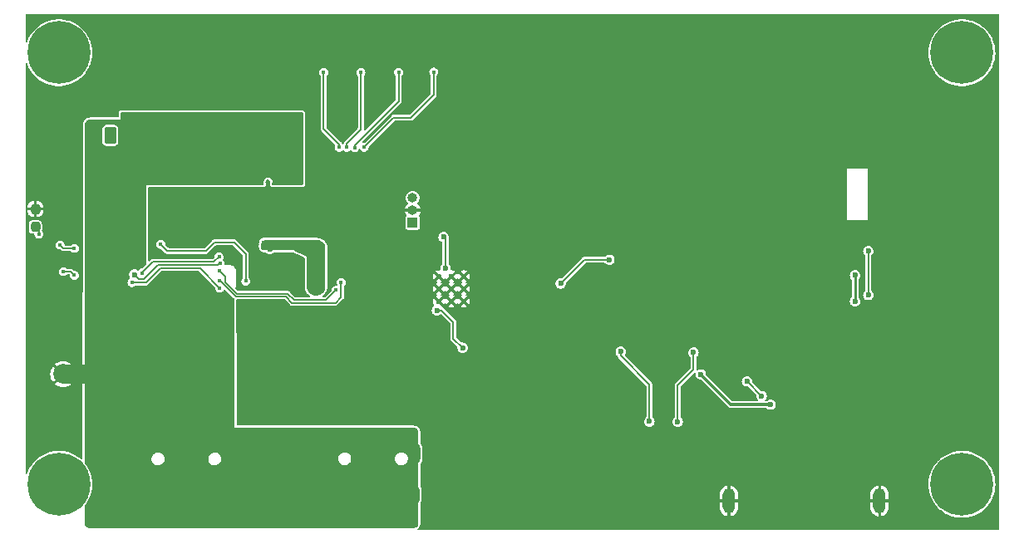
<source format=gbr>
%TF.GenerationSoftware,KiCad,Pcbnew,(6.0.2-0)*%
%TF.CreationDate,2022-03-16T22:47:49+01:00*%
%TF.ProjectId,RP2040GPSTracker,52503230-3430-4475-9053-547261636b65,rev?*%
%TF.SameCoordinates,PX4416780PY363af58*%
%TF.FileFunction,Copper,L2,Bot*%
%TF.FilePolarity,Positive*%
%FSLAX46Y46*%
G04 Gerber Fmt 4.6, Leading zero omitted, Abs format (unit mm)*
G04 Created by KiCad (PCBNEW (6.0.2-0)) date 2022-03-16 22:47:49*
%MOMM*%
%LPD*%
G01*
G04 APERTURE LIST*
G04 Aperture macros list*
%AMRoundRect*
0 Rectangle with rounded corners*
0 $1 Rounding radius*
0 $2 $3 $4 $5 $6 $7 $8 $9 X,Y pos of 4 corners*
0 Add a 4 corners polygon primitive as box body*
4,1,4,$2,$3,$4,$5,$6,$7,$8,$9,$2,$3,0*
0 Add four circle primitives for the rounded corners*
1,1,$1+$1,$2,$3*
1,1,$1+$1,$4,$5*
1,1,$1+$1,$6,$7*
1,1,$1+$1,$8,$9*
0 Add four rect primitives between the rounded corners*
20,1,$1+$1,$2,$3,$4,$5,0*
20,1,$1+$1,$4,$5,$6,$7,0*
20,1,$1+$1,$6,$7,$8,$9,0*
20,1,$1+$1,$8,$9,$2,$3,0*%
G04 Aperture macros list end*
%TA.AperFunction,ComponentPad*%
%ADD10O,0.900000X1.700000*%
%TD*%
%TA.AperFunction,ComponentPad*%
%ADD11O,1.000000X2.100000*%
%TD*%
%TA.AperFunction,ComponentPad*%
%ADD12C,6.400000*%
%TD*%
%TA.AperFunction,ComponentPad*%
%ADD13RoundRect,0.250000X-0.350000X-0.625000X0.350000X-0.625000X0.350000X0.625000X-0.350000X0.625000X0*%
%TD*%
%TA.AperFunction,ComponentPad*%
%ADD14O,1.200000X1.750000*%
%TD*%
%TA.AperFunction,ComponentPad*%
%ADD15C,0.600000*%
%TD*%
%TA.AperFunction,ComponentPad*%
%ADD16R,1.000000X1.000000*%
%TD*%
%TA.AperFunction,ComponentPad*%
%ADD17O,1.000000X1.000000*%
%TD*%
%TA.AperFunction,ComponentPad*%
%ADD18O,1.270000X2.565400*%
%TD*%
%TA.AperFunction,SMDPad,CuDef*%
%ADD19RoundRect,0.237500X0.237500X-0.250000X0.237500X0.250000X-0.237500X0.250000X-0.237500X-0.250000X0*%
%TD*%
%TA.AperFunction,SMDPad,CuDef*%
%ADD20C,2.000000*%
%TD*%
%TA.AperFunction,ViaPad*%
%ADD21C,0.600000*%
%TD*%
%TA.AperFunction,ViaPad*%
%ADD22C,0.400000*%
%TD*%
%TA.AperFunction,Conductor*%
%ADD23C,0.200000*%
%TD*%
%TA.AperFunction,Conductor*%
%ADD24C,0.300000*%
%TD*%
%TA.AperFunction,Conductor*%
%ADD25C,0.150000*%
%TD*%
%TA.AperFunction,Conductor*%
%ADD26C,0.250000*%
%TD*%
G04 APERTURE END LIST*
%TO.C,NT1*%
G36*
X8040000Y15100000D02*
G01*
X4040000Y15100000D01*
X4040000Y17100000D01*
X8040000Y17100000D01*
X8040000Y15100000D01*
G37*
%TD*%
D10*
%TO.P,J7,S1,SHIELD*%
%TO.N,GNDPWR*%
X31279800Y3814600D03*
D11*
X39929800Y7994600D03*
X31279800Y7994600D03*
D10*
X39929800Y3814600D03*
%TD*%
D12*
%TO.P,H4,1*%
%TO.N,N/C*%
X3604800Y4864600D03*
%TD*%
%TO.P,H3,1*%
%TO.N,N/C*%
X95604800Y4864600D03*
%TD*%
D13*
%TO.P,J9,1,Pin_1*%
%TO.N,/BCM_BATT*%
X8850000Y40422000D03*
D14*
%TO.P,J9,2,Pin_2*%
%TO.N,GNDPWR*%
X10850000Y40422000D03*
%TD*%
D15*
%TO.P,U3,57,GND*%
%TO.N,GND*%
X43599000Y23527600D03*
X44874000Y26077600D03*
X42324000Y26077600D03*
X43599000Y24802600D03*
X43599000Y26077600D03*
X44874000Y23527600D03*
X42324000Y24802600D03*
X44874000Y24802600D03*
X42324000Y23527600D03*
%TD*%
D12*
%TO.P,H2,1*%
%TO.N,N/C*%
X95604800Y48864600D03*
%TD*%
D16*
%TO.P,J3,1,Pin_1*%
%TO.N,Net-(J3-Pad1)*%
X39645000Y31525000D03*
D17*
%TO.P,J3,2,Pin_2*%
%TO.N,GND*%
X39645000Y32795000D03*
%TO.P,J3,3,Pin_3*%
%TO.N,Net-(J3-Pad3)*%
X39645000Y34065000D03*
%TD*%
D18*
%TO.P,J8,8,GND*%
%TO.N,GND*%
X87215000Y3159500D03*
%TO.P,J8,17,GND*%
X71865000Y3159500D03*
%TD*%
D12*
%TO.P,H1,1*%
%TO.N,N/C*%
X3604800Y48864600D03*
%TD*%
D11*
%TO.P,J6,S1,SHIELD*%
%TO.N,GNDPWR*%
X20929800Y7994600D03*
D10*
X12279800Y3814600D03*
X20929800Y3814600D03*
D11*
X12279800Y7994600D03*
%TD*%
D19*
%TO.P,TH1,1*%
%TO.N,/BCM_NTC*%
X1215000Y31112500D03*
%TO.P,TH1,2*%
%TO.N,GND*%
X1215000Y32937500D03*
%TD*%
D20*
%TO.P,NT1,1,1*%
%TO.N,GNDPWR*%
X8040000Y16100000D03*
%TO.P,NT1,2,2*%
%TO.N,GND*%
X4040000Y16100000D03*
%TD*%
D21*
%TO.N,GND*%
X62350000Y5600000D03*
X89460000Y33804400D03*
X73940000Y23550000D03*
X54775000Y17690600D03*
X72640000Y11080000D03*
D22*
X37765000Y12225000D03*
D21*
X80312600Y25086800D03*
X78362600Y27466800D03*
X67100000Y18360000D03*
X4040000Y23500000D03*
D22*
X31590000Y22200000D03*
D21*
X71988000Y38063200D03*
X45631000Y11975600D03*
X54521000Y32295600D03*
X88680000Y9260000D03*
X39408000Y14261600D03*
X81242600Y30896800D03*
X77412600Y25096800D03*
X96670000Y29790000D03*
X89436100Y38780000D03*
D22*
X29302500Y50462500D03*
D21*
X85932400Y30728000D03*
D22*
X2740000Y32925000D03*
D21*
X83162600Y31906800D03*
X78402600Y34276800D03*
X33960000Y22910000D03*
D22*
X36715000Y50425000D03*
D21*
X42405200Y34149800D03*
D22*
X13940000Y28450000D03*
D21*
X78115000Y48800000D03*
X72120000Y22580000D03*
D22*
X25226400Y31413800D03*
D21*
X77412600Y28526800D03*
X93610000Y30470000D03*
X77412600Y31896800D03*
X81312600Y34286800D03*
D22*
X1065000Y29700000D03*
D21*
X34940000Y28500000D03*
X90890000Y26990000D03*
X44107000Y14134600D03*
X59665000Y24300000D03*
X90880000Y24480000D03*
X81252600Y27466800D03*
X88833950Y36259250D03*
X86630000Y9420000D03*
X49314000Y10451600D03*
X80292600Y31876800D03*
X97150000Y21870000D03*
X78402600Y30886800D03*
X43954600Y34149800D03*
X83232600Y25116800D03*
X52870000Y20738600D03*
D22*
X23840000Y28619800D03*
D21*
X33840000Y20550000D03*
X86821600Y21299200D03*
X79836400Y39821200D03*
X85373600Y44088400D03*
X40960000Y39744750D03*
X83242600Y28446800D03*
X59734800Y26844800D03*
X35950000Y36060000D03*
X22940000Y23200000D03*
X79460000Y16270000D03*
X65140000Y5620000D03*
X72460000Y15020000D03*
X75462600Y27466800D03*
X52774800Y26235400D03*
X97090000Y37520000D03*
X5380000Y19050000D03*
X75482600Y30846800D03*
D22*
X26775800Y28213400D03*
X24908900Y35668300D03*
D21*
X83272600Y35976800D03*
D22*
X19765400Y28899200D03*
X26852000Y33395000D03*
X33090000Y50425000D03*
D21*
X45631000Y14134600D03*
X68860000Y5740740D03*
X75780000Y18650000D03*
D22*
X25658200Y25825800D03*
D21*
X45343200Y29407200D03*
X75492600Y34286800D03*
X85230000Y16450000D03*
X84710000Y8560000D03*
X80332600Y28496800D03*
D22*
X40740000Y50450000D03*
D21*
X59661420Y28578580D03*
X37884000Y14261600D03*
%TO.N,+1V1*%
X42799500Y30065400D03*
X42125800Y22592800D03*
X42999000Y26910000D03*
X44733600Y18790000D03*
%TO.N,/SIM_C_VDD*%
X76115000Y12985000D03*
X69000000Y16060000D03*
%TO.N,Net-(C28-Pad2)*%
X66650000Y11260000D03*
X68260000Y18300000D03*
%TO.N,Net-(C29-Pad2)*%
X63760000Y11270000D03*
X60840000Y18390000D03*
%TO.N,/BCM_VREF_1*%
X11290000Y26250000D03*
D22*
X20020000Y27400000D03*
%TO.N,/BCM_VNTC*%
X4065000Y26550000D03*
X11065000Y25425000D03*
X19994000Y24886000D03*
X5190000Y26175000D03*
D21*
%TO.N,/SIM_C_DET*%
X73700000Y15360000D03*
X75190000Y13870000D03*
D22*
%TO.N,/BCM_DISC*%
X22650000Y25580000D03*
X13990000Y29325000D03*
D21*
%TO.N,Net-(R10-Pad2)*%
X54724200Y25336000D03*
X59690000Y27750000D03*
%TO.N,/_GNSS_EN*%
X84713400Y23534400D03*
X84713400Y26176000D03*
D22*
%TO.N,/BCM_SCL*%
X32365000Y25450000D03*
X20002000Y25656000D03*
%TO.N,/BCM_SDA*%
X20002000Y26672000D03*
X31840000Y24650000D03*
%TO.N,Net-(R33-Pad1)*%
X12060000Y26400000D03*
X19930000Y28070000D03*
%TO.N,/BCM_NTC*%
X1565000Y30375000D03*
X3740000Y29250000D03*
X5190000Y28925000D03*
D21*
%TO.N,/_GNSS_RXD*%
X86059600Y24169400D03*
X86059600Y28639800D03*
%TO.N,GNDPWR*%
X12275000Y23205000D03*
X20340000Y18150000D03*
D22*
X27940000Y37300000D03*
X9615000Y29425000D03*
X18978000Y24962200D03*
D21*
%TO.N,/PI_VREG_IN*%
X25680000Y29440000D03*
X29790000Y24550000D03*
X30390000Y25200000D03*
X24510000Y29470000D03*
X25110000Y28830000D03*
X29230000Y25200000D03*
D22*
%TO.N,Net-(U3-Pad29)*%
X41800000Y46890000D03*
X34715000Y39225000D03*
%TO.N,Net-(U3-Pad30)*%
X38220000Y46880000D03*
X33740000Y39200000D03*
%TO.N,Net-(U3-Pad31)*%
X34380000Y46860000D03*
X32948000Y39211600D03*
%TO.N,Net-(U3-Pad32)*%
X30590000Y46860000D03*
X32160600Y39211600D03*
%TD*%
D23*
%TO.N,+1V1*%
X43793800Y19729800D02*
X43793800Y21406200D01*
X42799500Y30020700D02*
X42799500Y30065400D01*
X42607200Y22592800D02*
X42125800Y22592800D01*
X42999000Y26910000D02*
X42999000Y29821200D01*
X44733600Y18790000D02*
X43793800Y19729800D01*
X42999000Y29821200D02*
X42799500Y30020700D01*
X43793800Y21406200D02*
X42607200Y22592800D01*
D24*
%TO.N,/SIM_C_VDD*%
X72075000Y12985000D02*
X69000000Y16060000D01*
X76115000Y12985000D02*
X72075000Y12985000D01*
D23*
%TO.N,Net-(C28-Pad2)*%
X68260000Y18300000D02*
X68260000Y16600000D01*
X68260000Y16600000D02*
X66650000Y14990000D01*
X66650000Y14990000D02*
X66650000Y11260000D01*
%TO.N,Net-(C29-Pad2)*%
X63760000Y11270000D02*
X63760000Y15040000D01*
X63760000Y15040000D02*
X60840000Y17960000D01*
X60840000Y17960000D02*
X60840000Y18390000D01*
%TO.N,/BCM_VREF_1*%
X19820000Y27230000D02*
X19990000Y27400000D01*
X19990000Y27400000D02*
X20020000Y27400000D01*
X11290000Y26250000D02*
X11740000Y25800000D01*
X12280000Y25800000D02*
X13710000Y27230000D01*
X11740000Y25800000D02*
X12280000Y25800000D01*
X13710000Y27230000D02*
X19820000Y27230000D01*
D25*
%TO.N,/BCM_VNTC*%
X5190000Y26175000D02*
X4815000Y26550000D01*
X13940000Y26875000D02*
X18005000Y26875000D01*
X11065000Y25425000D02*
X12490000Y25425000D01*
X12490000Y25425000D02*
X13940000Y26875000D01*
X4815000Y26550000D02*
X4065000Y26550000D01*
X18005000Y26875000D02*
X19994000Y24886000D01*
D23*
%TO.N,/SIM_C_DET*%
X73700000Y15360000D02*
X75190000Y13870000D01*
%TO.N,/BCM_DISC*%
X19450000Y29520000D02*
X21490000Y29520000D01*
X18586896Y28656896D02*
X19450000Y29520000D01*
X13990000Y29325000D02*
X14658104Y28656896D01*
X22650000Y28360000D02*
X22650000Y25580000D01*
X21490000Y29520000D02*
X22650000Y28360000D01*
X14658104Y28656896D02*
X18586896Y28656896D01*
%TO.N,Net-(R10-Pad2)*%
X57138200Y27750000D02*
X59690000Y27750000D01*
X54724200Y25336000D02*
X57138200Y27750000D01*
D26*
%TO.N,/_GNSS_EN*%
X84713400Y26176000D02*
X84713400Y23534400D01*
D25*
%TO.N,/BCM_SCL*%
X27348520Y23373480D02*
X26702000Y24020000D01*
X21638000Y24020000D02*
X20010000Y25648000D01*
X32365000Y23950000D02*
X31788480Y23373480D01*
X26702000Y24020000D02*
X21638000Y24020000D01*
X31788480Y23373480D02*
X27348520Y23373480D01*
X32365000Y25450000D02*
X32365000Y23950000D01*
%TO.N,/BCM_SDA*%
X27580000Y23650000D02*
X26933480Y24296520D01*
X31840000Y24650000D02*
X30840000Y23650000D01*
X21752538Y24296520D02*
X20590000Y25459058D01*
X20590000Y26084000D02*
X20002000Y26672000D01*
X30840000Y23650000D02*
X27580000Y23650000D01*
X26933480Y24296520D02*
X21752538Y24296520D01*
X20590000Y25459058D02*
X20590000Y26084000D01*
%TO.N,Net-(R33-Pad1)*%
X12060000Y26440000D02*
X13151520Y27531520D01*
X12060000Y26400000D02*
X12060000Y26440000D01*
X19391520Y27531520D02*
X19930000Y28070000D01*
X13151520Y27531520D02*
X19391520Y27531520D01*
%TO.N,/BCM_NTC*%
X4065000Y28925000D02*
X3740000Y29250000D01*
X1565000Y30375000D02*
X1565000Y30762500D01*
X1565000Y30762500D02*
X1215000Y31112500D01*
X5190000Y28925000D02*
X4065000Y28925000D01*
D23*
%TO.N,/_GNSS_RXD*%
X86059600Y28639800D02*
X86059600Y24169400D01*
%TO.N,Net-(U3-Pad29)*%
X41800000Y44560000D02*
X39460000Y42220000D01*
X37683600Y42220000D02*
X34675200Y39211600D01*
X41800000Y46890000D02*
X41800000Y44560000D01*
X39460000Y42220000D02*
X37683600Y42220000D01*
%TO.N,Net-(U3-Pad30)*%
X38220000Y46880000D02*
X38220000Y43930000D01*
X38220000Y43930000D02*
X33740000Y39450000D01*
X33740000Y39450000D02*
X33740000Y39200000D01*
%TO.N,Net-(U3-Pad31)*%
X34380000Y46860000D02*
X34380000Y41051770D01*
X34380000Y41051770D02*
X32948000Y39619770D01*
X32948000Y39619770D02*
X32948000Y39211600D01*
%TO.N,Net-(U3-Pad32)*%
X30590000Y41087000D02*
X32160600Y39516400D01*
X30590000Y46860000D02*
X30590000Y41087000D01*
X32160600Y39516400D02*
X32160600Y39211600D01*
%TD*%
%TA.AperFunction,Conductor*%
%TO.N,GNDPWR*%
G36*
X12484813Y34846437D02*
G01*
X12484812Y34846429D01*
X12487161Y31321947D01*
X12489867Y27259483D01*
X12110048Y26879664D01*
X12055531Y26851887D01*
X12039445Y26850670D01*
X12007832Y26850863D01*
X12005282Y26850879D01*
X11998231Y26850922D01*
X11991455Y26848985D01*
X11991452Y26848985D01*
X11880935Y26817399D01*
X11880933Y26817398D01*
X11874155Y26815461D01*
X11868191Y26811698D01*
X11820727Y26781750D01*
X11765019Y26746601D01*
X11760351Y26741315D01*
X11760347Y26741312D01*
X11721574Y26697411D01*
X11668882Y26666311D01*
X11607973Y26672123D01*
X11587103Y26684404D01*
X11560167Y26705073D01*
X11555018Y26709024D01*
X11427183Y26761974D01*
X11420754Y26762820D01*
X11420752Y26762821D01*
X11296433Y26779188D01*
X11290000Y26780035D01*
X11283567Y26779188D01*
X11159248Y26762821D01*
X11159246Y26762820D01*
X11152817Y26761974D01*
X11124788Y26750364D01*
X11030981Y26711509D01*
X11030977Y26711507D01*
X11024983Y26709024D01*
X10915209Y26624791D01*
X10911258Y26619642D01*
X10879781Y26578621D01*
X10830976Y26515017D01*
X10828493Y26509023D01*
X10828491Y26509019D01*
X10821566Y26492299D01*
X10778026Y26387183D01*
X10777180Y26380754D01*
X10777179Y26380752D01*
X10767191Y26304885D01*
X10759965Y26250000D01*
X10778026Y26112817D01*
X10780509Y26106823D01*
X10828491Y25990981D01*
X10828493Y25990977D01*
X10830976Y25984983D01*
X10834926Y25979836D01*
X10834929Y25979830D01*
X10855353Y25953213D01*
X10875777Y25895537D01*
X10858399Y25836871D01*
X10829639Y25809219D01*
X10809641Y25796601D01*
X10770019Y25771601D01*
X10684596Y25674878D01*
X10629754Y25558068D01*
X10609901Y25430560D01*
X10626633Y25302606D01*
X10629471Y25296155D01*
X10629472Y25296153D01*
X10675764Y25190946D01*
X10678605Y25184490D01*
X10708017Y25149500D01*
X10757100Y25091108D01*
X10757103Y25091106D01*
X10761639Y25085709D01*
X10869060Y25014204D01*
X10875788Y25012102D01*
X10875790Y25012101D01*
X10930647Y24994963D01*
X10992233Y24975722D01*
X11056744Y24974539D01*
X11114202Y24973486D01*
X11114204Y24973486D01*
X11121255Y24973357D01*
X11128058Y24975212D01*
X11128060Y24975212D01*
X11169828Y24986600D01*
X11245755Y25007300D01*
X11355724Y25074821D01*
X11390653Y25113410D01*
X11393846Y25116937D01*
X11446914Y25147390D01*
X11467243Y25149500D01*
X12453116Y25149500D01*
X12472429Y25147598D01*
X12490000Y25144103D01*
X12517132Y25149500D01*
X12517133Y25149500D01*
X12597495Y25165485D01*
X12655671Y25204357D01*
X12665622Y25211006D01*
X12665623Y25211007D01*
X12688624Y25226376D01*
X12698574Y25241267D01*
X12710885Y25256269D01*
X14025120Y26570504D01*
X14079637Y26598281D01*
X14095124Y26599500D01*
X17849876Y26599500D01*
X17908067Y26580593D01*
X17919880Y26570504D01*
X19511421Y24978963D01*
X19539198Y24924446D01*
X19539225Y24905591D01*
X19540073Y24905581D01*
X19539987Y24898534D01*
X19538901Y24891560D01*
X19555633Y24763606D01*
X19558471Y24757155D01*
X19558472Y24757153D01*
X19603174Y24655560D01*
X19607605Y24645490D01*
X19649122Y24596099D01*
X19686100Y24552108D01*
X19686103Y24552106D01*
X19690639Y24546709D01*
X19798060Y24475204D01*
X19804788Y24473102D01*
X19804790Y24473101D01*
X19859646Y24455963D01*
X19921233Y24436722D01*
X19985744Y24435540D01*
X20043202Y24434486D01*
X20043204Y24434486D01*
X20050255Y24434357D01*
X20057058Y24436212D01*
X20057060Y24436212D01*
X20098828Y24447600D01*
X20174755Y24468300D01*
X20284724Y24535821D01*
X20371322Y24631493D01*
X20397312Y24685136D01*
X20439700Y24729260D01*
X20499928Y24740042D01*
X20556410Y24711974D01*
X21417112Y23851272D01*
X21429422Y23836271D01*
X21433957Y23829484D01*
X21433961Y23829480D01*
X21439376Y23821376D01*
X21447480Y23815961D01*
X21447482Y23815959D01*
X21452935Y23812316D01*
X21490814Y23764266D01*
X21496932Y23730186D01*
X21520901Y10659324D01*
X22020003Y10659342D01*
X22023249Y10659342D01*
X23174475Y10659384D01*
X27264807Y10659531D01*
X39733500Y10659982D01*
X39746416Y10659135D01*
X39856473Y10644650D01*
X39881435Y10637962D01*
X39977951Y10597987D01*
X40000328Y10585069D01*
X40083206Y10521477D01*
X40101479Y10503205D01*
X40141023Y10451672D01*
X40165076Y10420326D01*
X40177998Y10397944D01*
X40217974Y10301435D01*
X40224663Y10276472D01*
X40239153Y10166415D01*
X40240000Y10153492D01*
X40240000Y916471D01*
X40239153Y903550D01*
X40224665Y793497D01*
X40217976Y768533D01*
X40178004Y672030D01*
X40165086Y649653D01*
X40101487Y566768D01*
X40083225Y548506D01*
X40000346Y484908D01*
X39977971Y471989D01*
X39881466Y432013D01*
X39856503Y425323D01*
X39746447Y410830D01*
X39733525Y409983D01*
X15552390Y409159D01*
X6733812Y408859D01*
X6720901Y409705D01*
X6610867Y424183D01*
X6585910Y430868D01*
X6489420Y470821D01*
X6467042Y483736D01*
X6384176Y547296D01*
X6365901Y565563D01*
X6302306Y648399D01*
X6289381Y670770D01*
X6249384Y767242D01*
X6242688Y792198D01*
X6228160Y902224D01*
X6227309Y915125D01*
X6226582Y2661224D01*
X6245465Y2719420D01*
X6250527Y2725821D01*
X6301188Y2784719D01*
X6301191Y2784723D01*
X6302938Y2786754D01*
X6511562Y3090305D01*
X6686183Y3414611D01*
X6824758Y3755880D01*
X6925665Y4110118D01*
X6987725Y4473182D01*
X7010211Y4840825D01*
X7010294Y4864600D01*
X7001945Y5018756D01*
X6990520Y5229723D01*
X6990519Y5229732D01*
X6990375Y5232391D01*
X6930852Y5595880D01*
X6832420Y5950814D01*
X6696231Y6293042D01*
X6690523Y6303824D01*
X6525129Y6616196D01*
X6523878Y6618559D01*
X6516987Y6628738D01*
X6318882Y6921338D01*
X6318879Y6921341D01*
X6317378Y6923559D01*
X6267000Y6982963D01*
X6248245Y7005078D01*
X6225028Y7061687D01*
X6224749Y7069069D01*
X6224567Y7506086D01*
X13055394Y7506086D01*
X13065793Y7340795D01*
X13116972Y7183283D01*
X13205714Y7043448D01*
X13210250Y7039188D01*
X13210252Y7039186D01*
X13321901Y6934340D01*
X13326444Y6930074D01*
X13338295Y6923559D01*
X13466118Y6853287D01*
X13466122Y6853286D01*
X13471576Y6850287D01*
X13631991Y6809100D01*
X13756042Y6809100D01*
X13838697Y6819542D01*
X13872931Y6823866D01*
X13872932Y6823866D01*
X13879112Y6824647D01*
X14033099Y6885615D01*
X14167087Y6982963D01*
X14171053Y6987758D01*
X14171056Y6987760D01*
X14213599Y7039186D01*
X14272656Y7110574D01*
X14309656Y7189201D01*
X14340522Y7254795D01*
X14340522Y7254796D01*
X14343173Y7260429D01*
X14374206Y7423114D01*
X14368986Y7506086D01*
X18835394Y7506086D01*
X18845793Y7340795D01*
X18896972Y7183283D01*
X18985714Y7043448D01*
X18990250Y7039188D01*
X18990252Y7039186D01*
X19101901Y6934340D01*
X19106444Y6930074D01*
X19118295Y6923559D01*
X19246118Y6853287D01*
X19246122Y6853286D01*
X19251576Y6850287D01*
X19411991Y6809100D01*
X19536042Y6809100D01*
X19618697Y6819542D01*
X19652931Y6823866D01*
X19652932Y6823866D01*
X19659112Y6824647D01*
X19813099Y6885615D01*
X19947087Y6982963D01*
X19951053Y6987758D01*
X19951056Y6987760D01*
X19993599Y7039186D01*
X20052656Y7110574D01*
X20089656Y7189201D01*
X20120522Y7254795D01*
X20120522Y7254796D01*
X20123173Y7260429D01*
X20154206Y7423114D01*
X20148986Y7506086D01*
X32055394Y7506086D01*
X32065793Y7340795D01*
X32116972Y7183283D01*
X32205714Y7043448D01*
X32210250Y7039188D01*
X32210252Y7039186D01*
X32321901Y6934340D01*
X32326444Y6930074D01*
X32338295Y6923559D01*
X32466118Y6853287D01*
X32466122Y6853286D01*
X32471576Y6850287D01*
X32631991Y6809100D01*
X32756042Y6809100D01*
X32838697Y6819542D01*
X32872931Y6823866D01*
X32872932Y6823866D01*
X32879112Y6824647D01*
X33033099Y6885615D01*
X33167087Y6982963D01*
X33171053Y6987758D01*
X33171056Y6987760D01*
X33213599Y7039186D01*
X33272656Y7110574D01*
X33309656Y7189201D01*
X33340522Y7254795D01*
X33340522Y7254796D01*
X33343173Y7260429D01*
X33374206Y7423114D01*
X33368986Y7506086D01*
X37835394Y7506086D01*
X37845793Y7340795D01*
X37896972Y7183283D01*
X37985714Y7043448D01*
X37990250Y7039188D01*
X37990252Y7039186D01*
X38101901Y6934340D01*
X38106444Y6930074D01*
X38118295Y6923559D01*
X38246118Y6853287D01*
X38246122Y6853286D01*
X38251576Y6850287D01*
X38411991Y6809100D01*
X38536042Y6809100D01*
X38618697Y6819542D01*
X38652931Y6823866D01*
X38652932Y6823866D01*
X38659112Y6824647D01*
X38813099Y6885615D01*
X38947087Y6982963D01*
X38951053Y6987758D01*
X38951056Y6987760D01*
X38993599Y7039186D01*
X39052656Y7110574D01*
X39089656Y7189201D01*
X39120522Y7254795D01*
X39120522Y7254796D01*
X39123173Y7260429D01*
X39154206Y7423114D01*
X39143807Y7588405D01*
X39092628Y7745917D01*
X39003886Y7885752D01*
X38999350Y7890012D01*
X38999348Y7890014D01*
X38887699Y7994860D01*
X38887698Y7994861D01*
X38883156Y7999126D01*
X38841091Y8022252D01*
X38743482Y8075913D01*
X38743478Y8075914D01*
X38738024Y8078913D01*
X38577609Y8120100D01*
X38453558Y8120100D01*
X38370903Y8109658D01*
X38336669Y8105334D01*
X38336668Y8105334D01*
X38330488Y8104553D01*
X38176501Y8043585D01*
X38042513Y7946237D01*
X38038547Y7941442D01*
X38038544Y7941440D01*
X37996089Y7890120D01*
X37936944Y7818626D01*
X37934293Y7812993D01*
X37934292Y7812991D01*
X37875420Y7687882D01*
X37866427Y7668771D01*
X37835394Y7506086D01*
X33368986Y7506086D01*
X33363807Y7588405D01*
X33312628Y7745917D01*
X33223886Y7885752D01*
X33219350Y7890012D01*
X33219348Y7890014D01*
X33107699Y7994860D01*
X33107698Y7994861D01*
X33103156Y7999126D01*
X33061091Y8022252D01*
X32963482Y8075913D01*
X32963478Y8075914D01*
X32958024Y8078913D01*
X32797609Y8120100D01*
X32673558Y8120100D01*
X32590903Y8109658D01*
X32556669Y8105334D01*
X32556668Y8105334D01*
X32550488Y8104553D01*
X32396501Y8043585D01*
X32262513Y7946237D01*
X32258547Y7941442D01*
X32258544Y7941440D01*
X32216089Y7890120D01*
X32156944Y7818626D01*
X32154293Y7812993D01*
X32154292Y7812991D01*
X32095420Y7687882D01*
X32086427Y7668771D01*
X32055394Y7506086D01*
X20148986Y7506086D01*
X20143807Y7588405D01*
X20092628Y7745917D01*
X20003886Y7885752D01*
X19999350Y7890012D01*
X19999348Y7890014D01*
X19887699Y7994860D01*
X19887698Y7994861D01*
X19883156Y7999126D01*
X19841091Y8022252D01*
X19743482Y8075913D01*
X19743478Y8075914D01*
X19738024Y8078913D01*
X19577609Y8120100D01*
X19453558Y8120100D01*
X19370903Y8109658D01*
X19336669Y8105334D01*
X19336668Y8105334D01*
X19330488Y8104553D01*
X19176501Y8043585D01*
X19042513Y7946237D01*
X19038547Y7941442D01*
X19038544Y7941440D01*
X18996089Y7890120D01*
X18936944Y7818626D01*
X18934293Y7812993D01*
X18934292Y7812991D01*
X18875420Y7687882D01*
X18866427Y7668771D01*
X18835394Y7506086D01*
X14368986Y7506086D01*
X14363807Y7588405D01*
X14312628Y7745917D01*
X14223886Y7885752D01*
X14219350Y7890012D01*
X14219348Y7890014D01*
X14107699Y7994860D01*
X14107698Y7994861D01*
X14103156Y7999126D01*
X14061091Y8022252D01*
X13963482Y8075913D01*
X13963478Y8075914D01*
X13958024Y8078913D01*
X13797609Y8120100D01*
X13673558Y8120100D01*
X13590903Y8109658D01*
X13556669Y8105334D01*
X13556668Y8105334D01*
X13550488Y8104553D01*
X13396501Y8043585D01*
X13262513Y7946237D01*
X13258547Y7941442D01*
X13258544Y7941440D01*
X13216089Y7890120D01*
X13156944Y7818626D01*
X13154293Y7812993D01*
X13154292Y7812991D01*
X13095420Y7687882D01*
X13086427Y7668771D01*
X13055394Y7506086D01*
X6224567Y7506086D01*
X6217549Y24377625D01*
X6235665Y24434752D01*
X6240775Y24441992D01*
X6250096Y24439247D01*
X6250105Y24467766D01*
X6250106Y24467769D01*
X6250686Y26256064D01*
X6250773Y26522491D01*
X6253903Y36167302D01*
X6255063Y39743166D01*
X8049500Y39743166D01*
X8052481Y39711631D01*
X8097366Y39583816D01*
X8101761Y39577865D01*
X8101762Y39577864D01*
X8143001Y39522031D01*
X8177850Y39474850D01*
X8286816Y39394366D01*
X8414631Y39349481D01*
X8420638Y39348913D01*
X8420639Y39348913D01*
X8443855Y39346718D01*
X8443865Y39346718D01*
X8446166Y39346500D01*
X9253834Y39346500D01*
X9256135Y39346718D01*
X9256145Y39346718D01*
X9279361Y39348913D01*
X9279362Y39348913D01*
X9285369Y39349481D01*
X9413184Y39394366D01*
X9522150Y39474850D01*
X9556999Y39522031D01*
X9598238Y39577864D01*
X9598239Y39577865D01*
X9602634Y39583816D01*
X9647519Y39711631D01*
X9650500Y39743166D01*
X9650500Y41100834D01*
X9647519Y41132369D01*
X9602634Y41260184D01*
X9522150Y41369150D01*
X9413184Y41449634D01*
X9285369Y41494519D01*
X9279362Y41495087D01*
X9279361Y41495087D01*
X9256145Y41497282D01*
X9256135Y41497282D01*
X9253834Y41497500D01*
X8446166Y41497500D01*
X8443865Y41497282D01*
X8443855Y41497282D01*
X8420639Y41495087D01*
X8420638Y41495087D01*
X8414631Y41494519D01*
X8286816Y41449634D01*
X8177850Y41369150D01*
X8097366Y41260184D01*
X8052481Y41132369D01*
X8049500Y41100834D01*
X8049500Y39743166D01*
X6255063Y39743166D01*
X6255650Y41551060D01*
X6256498Y41563961D01*
X6270977Y41673843D01*
X6277652Y41698764D01*
X6317535Y41795135D01*
X6330424Y41817485D01*
X6393852Y41900271D01*
X6412080Y41918533D01*
X6494749Y41982119D01*
X6517078Y41995052D01*
X6613370Y42035114D01*
X6638281Y42041836D01*
X6748125Y42056520D01*
X6761025Y42057393D01*
X9518264Y42063471D01*
X9518272Y42063472D01*
X12480000Y42070000D01*
X12484813Y34846437D01*
G37*
%TD.AperFunction*%
%TD*%
%TA.AperFunction,Conductor*%
%TO.N,GNDPWR*%
G36*
X28432121Y42779998D02*
G01*
X28478614Y42726342D01*
X28490000Y42674000D01*
X28490000Y35476000D01*
X28469998Y35407879D01*
X28416342Y35361386D01*
X28364000Y35350000D01*
X25456204Y35350000D01*
X25388083Y35370002D01*
X25341590Y35423658D01*
X25331486Y35493932D01*
X25336168Y35514307D01*
X25338574Y35521846D01*
X25342488Y35529925D01*
X25363897Y35657180D01*
X25364033Y35668300D01*
X25345739Y35796041D01*
X25292328Y35913512D01*
X25208093Y36011272D01*
X25099806Y36081459D01*
X25091211Y36084029D01*
X25091210Y36084030D01*
X24984774Y36115862D01*
X24984772Y36115862D01*
X24976173Y36118434D01*
X24967198Y36118489D01*
X24967197Y36118489D01*
X24912541Y36118823D01*
X24847131Y36119222D01*
X24835375Y36115862D01*
X24731686Y36086228D01*
X24731684Y36086227D01*
X24723055Y36083761D01*
X24613919Y36014901D01*
X24528496Y35918178D01*
X24524682Y35910055D01*
X24524681Y35910053D01*
X24498694Y35854702D01*
X24473654Y35801368D01*
X24472274Y35792502D01*
X24455182Y35682733D01*
X24455182Y35682729D01*
X24453801Y35673860D01*
X24454965Y35664958D01*
X24454965Y35664955D01*
X24469368Y35554811D01*
X24469369Y35554807D01*
X24470533Y35545906D01*
X24474150Y35537686D01*
X24478963Y35526748D01*
X24488092Y35456341D01*
X24457706Y35392175D01*
X24397454Y35354623D01*
X24363635Y35350000D01*
X12484477Y35350000D01*
X12480000Y42070000D01*
X9890000Y42064291D01*
X9890000Y42674000D01*
X9910002Y42742121D01*
X9963658Y42788614D01*
X10016000Y42800000D01*
X28364000Y42800000D01*
X28432121Y42779998D01*
G37*
%TD.AperFunction*%
%TD*%
%TA.AperFunction,Conductor*%
%TO.N,GND*%
G36*
X99349191Y52781093D02*
G01*
X99385155Y52731593D01*
X99390000Y52701000D01*
X99390000Y299000D01*
X99371093Y240809D01*
X99321593Y204845D01*
X99291000Y200000D01*
X40249225Y200000D01*
X40191034Y218907D01*
X40155070Y268407D01*
X40155070Y329593D01*
X40188956Y377541D01*
X40203707Y388860D01*
X40203714Y388866D01*
X40204981Y389838D01*
X40224646Y407085D01*
X40242908Y425347D01*
X40260158Y445017D01*
X40323757Y527902D01*
X40336521Y547004D01*
X40337398Y548316D01*
X40337417Y548346D01*
X40338296Y549661D01*
X40339096Y551046D01*
X40339103Y551058D01*
X40350400Y570628D01*
X40351214Y572038D01*
X40351936Y573502D01*
X40362065Y594044D01*
X40362070Y594055D01*
X40362780Y595495D01*
X40402752Y691998D01*
X40411161Y716770D01*
X40411579Y718329D01*
X40417433Y740176D01*
X40417436Y740189D01*
X40417850Y741734D01*
X40422954Y767393D01*
X40437442Y877446D01*
X40438511Y888293D01*
X40438644Y889643D01*
X40438645Y889660D01*
X40438725Y890468D01*
X40439427Y901174D01*
X40439519Y902576D01*
X40439520Y902594D01*
X40439572Y903389D01*
X40440000Y916471D01*
X40440000Y2465402D01*
X70930000Y2465402D01*
X70930271Y2460220D01*
X70944853Y2321484D01*
X70946996Y2311404D01*
X71004527Y2134341D01*
X71008725Y2124912D01*
X71101809Y1963686D01*
X71107871Y1955343D01*
X71232445Y1816988D01*
X71240115Y1810082D01*
X71390734Y1700651D01*
X71399659Y1695498D01*
X71569740Y1619773D01*
X71579549Y1616586D01*
X71699662Y1591055D01*
X71712750Y1592431D01*
X71715000Y1600828D01*
X71715000Y1603475D01*
X72015000Y1603475D01*
X72019067Y1590959D01*
X72027746Y1590504D01*
X72150451Y1616586D01*
X72160260Y1619773D01*
X72330341Y1695498D01*
X72339266Y1700651D01*
X72489885Y1810082D01*
X72497555Y1816988D01*
X72622129Y1955343D01*
X72628191Y1963686D01*
X72721275Y2124912D01*
X72725473Y2134341D01*
X72783004Y2311404D01*
X72785147Y2321484D01*
X72799729Y2460220D01*
X72800000Y2465402D01*
X86280000Y2465402D01*
X86280271Y2460220D01*
X86294853Y2321484D01*
X86296996Y2311404D01*
X86354527Y2134341D01*
X86358725Y2124912D01*
X86451809Y1963686D01*
X86457871Y1955343D01*
X86582445Y1816988D01*
X86590115Y1810082D01*
X86740734Y1700651D01*
X86749659Y1695498D01*
X86919740Y1619773D01*
X86929549Y1616586D01*
X87049662Y1591055D01*
X87062750Y1592431D01*
X87065000Y1600828D01*
X87065000Y1603475D01*
X87365000Y1603475D01*
X87369067Y1590959D01*
X87377746Y1590504D01*
X87500451Y1616586D01*
X87510260Y1619773D01*
X87680341Y1695498D01*
X87689266Y1700651D01*
X87839885Y1810082D01*
X87847555Y1816988D01*
X87972129Y1955343D01*
X87978191Y1963686D01*
X88071275Y2124912D01*
X88075473Y2134341D01*
X88133004Y2311404D01*
X88135147Y2321484D01*
X88149729Y2460220D01*
X88150000Y2465402D01*
X88150000Y2993820D01*
X88145878Y3006505D01*
X88141757Y3009500D01*
X87380680Y3009500D01*
X87367995Y3005378D01*
X87365000Y3001257D01*
X87365000Y1603475D01*
X87065000Y1603475D01*
X87065000Y2993820D01*
X87060878Y3006505D01*
X87056757Y3009500D01*
X86295680Y3009500D01*
X86282995Y3005378D01*
X86280000Y3001257D01*
X86280000Y2465402D01*
X72800000Y2465402D01*
X72800000Y2993820D01*
X72795878Y3006505D01*
X72791757Y3009500D01*
X72030680Y3009500D01*
X72017995Y3005378D01*
X72015000Y3001257D01*
X72015000Y1603475D01*
X71715000Y1603475D01*
X71715000Y2993820D01*
X71710878Y3006505D01*
X71706757Y3009500D01*
X70945680Y3009500D01*
X70932995Y3005378D01*
X70930000Y3001257D01*
X70930000Y2465402D01*
X40440000Y2465402D01*
X40440000Y2970499D01*
X40458455Y3027298D01*
X40460248Y3029207D01*
X40539427Y3173232D01*
X40578440Y3325180D01*
X70930000Y3325180D01*
X70934122Y3312495D01*
X70938243Y3309500D01*
X71699320Y3309500D01*
X71712005Y3313622D01*
X71715000Y3317743D01*
X71715000Y3325180D01*
X72015000Y3325180D01*
X72019122Y3312495D01*
X72023243Y3309500D01*
X72784320Y3309500D01*
X72797005Y3313622D01*
X72800000Y3317743D01*
X72800000Y3325180D01*
X86280000Y3325180D01*
X86284122Y3312495D01*
X86288243Y3309500D01*
X87049320Y3309500D01*
X87062005Y3313622D01*
X87065000Y3317743D01*
X87065000Y3325180D01*
X87365000Y3325180D01*
X87369122Y3312495D01*
X87373243Y3309500D01*
X88134320Y3309500D01*
X88147005Y3313622D01*
X88150000Y3317743D01*
X88150000Y3853598D01*
X88149729Y3858780D01*
X88135147Y3997516D01*
X88133004Y4007596D01*
X88075473Y4184659D01*
X88071275Y4194088D01*
X87978191Y4355314D01*
X87972129Y4363657D01*
X87847555Y4502012D01*
X87839885Y4508918D01*
X87689266Y4618349D01*
X87680341Y4623502D01*
X87510260Y4699227D01*
X87500451Y4702414D01*
X87380338Y4727945D01*
X87367250Y4726569D01*
X87365000Y4718172D01*
X87365000Y3325180D01*
X87065000Y3325180D01*
X87065000Y4715525D01*
X87060933Y4728041D01*
X87052254Y4728496D01*
X86929549Y4702414D01*
X86919740Y4699227D01*
X86749659Y4623502D01*
X86740734Y4618349D01*
X86590115Y4508918D01*
X86582445Y4502012D01*
X86457871Y4363657D01*
X86451809Y4355314D01*
X86358725Y4194088D01*
X86354527Y4184659D01*
X86296996Y4007596D01*
X86294853Y3997516D01*
X86280271Y3858780D01*
X86280000Y3853598D01*
X86280000Y3325180D01*
X72800000Y3325180D01*
X72800000Y3853598D01*
X72799729Y3858780D01*
X72785147Y3997516D01*
X72783004Y4007596D01*
X72725473Y4184659D01*
X72721275Y4194088D01*
X72628191Y4355314D01*
X72622129Y4363657D01*
X72497555Y4502012D01*
X72489885Y4508918D01*
X72339266Y4618349D01*
X72330341Y4623502D01*
X72160260Y4699227D01*
X72150451Y4702414D01*
X72030338Y4727945D01*
X72017250Y4726569D01*
X72015000Y4718172D01*
X72015000Y3325180D01*
X71715000Y3325180D01*
X71715000Y4715525D01*
X71710933Y4728041D01*
X71702254Y4728496D01*
X71579549Y4702414D01*
X71569740Y4699227D01*
X71399659Y4623502D01*
X71390734Y4618349D01*
X71240115Y4508918D01*
X71232445Y4502012D01*
X71107871Y4363657D01*
X71101809Y4355314D01*
X71008725Y4194088D01*
X71004527Y4184659D01*
X70946996Y4007596D01*
X70944853Y3997516D01*
X70930271Y3858780D01*
X70930000Y3853598D01*
X70930000Y3325180D01*
X40578440Y3325180D01*
X40580300Y3332423D01*
X40580300Y4255525D01*
X40564871Y4377658D01*
X40504368Y4530471D01*
X40458907Y4593043D01*
X40440000Y4651234D01*
X40440000Y4876487D01*
X92199327Y4876487D01*
X92199462Y4873822D01*
X92199462Y4873817D01*
X92217149Y4524682D01*
X92217962Y4508629D01*
X92218386Y4505982D01*
X92258009Y4258608D01*
X92276216Y4144935D01*
X92276922Y4142355D01*
X92276922Y4142354D01*
X92354499Y3858780D01*
X92373408Y3789659D01*
X92374388Y3787172D01*
X92374390Y3787165D01*
X92391111Y3744717D01*
X92508402Y3446958D01*
X92509644Y3444592D01*
X92509646Y3444588D01*
X92526625Y3412248D01*
X92679617Y3120841D01*
X92681109Y3118621D01*
X92681110Y3118619D01*
X92759975Y3001257D01*
X92885052Y2815123D01*
X93122302Y2533379D01*
X93124241Y2531526D01*
X93379500Y2287595D01*
X93388592Y2278906D01*
X93390712Y2277279D01*
X93390717Y2277275D01*
X93431945Y2245640D01*
X93680808Y2054681D01*
X93995531Y1863326D01*
X94329079Y1707081D01*
X94331620Y1706211D01*
X94331625Y1706209D01*
X94370048Y1693054D01*
X94677551Y1587772D01*
X95036870Y1506796D01*
X95402833Y1465100D01*
X95771158Y1463172D01*
X96137537Y1501033D01*
X96497684Y1578242D01*
X96500219Y1579080D01*
X96500225Y1579082D01*
X96844844Y1693054D01*
X96844849Y1693056D01*
X96847386Y1693895D01*
X97182552Y1846639D01*
X97499261Y2034687D01*
X97793809Y2255840D01*
X98017752Y2465402D01*
X98060787Y2505674D01*
X98060788Y2505675D01*
X98062750Y2507511D01*
X98302938Y2786754D01*
X98511562Y3090305D01*
X98686183Y3414611D01*
X98698356Y3444588D01*
X98823750Y3753398D01*
X98824758Y3755880D01*
X98827819Y3766624D01*
X98862407Y3888047D01*
X98925665Y4110118D01*
X98987725Y4473182D01*
X99010211Y4840825D01*
X99010294Y4864600D01*
X99001945Y5018756D01*
X98990520Y5229723D01*
X98990519Y5229732D01*
X98990375Y5232391D01*
X98930852Y5595880D01*
X98832420Y5950814D01*
X98813078Y5999420D01*
X98697223Y6290549D01*
X98696231Y6293042D01*
X98690523Y6303824D01*
X98525129Y6616196D01*
X98523878Y6618559D01*
X98516987Y6628738D01*
X98318882Y6921338D01*
X98318879Y6921341D01*
X98317378Y6923559D01*
X98079146Y7204472D01*
X97811968Y7458014D01*
X97518972Y7681218D01*
X97505653Y7689253D01*
X97205879Y7870088D01*
X97205878Y7870088D01*
X97203583Y7871473D01*
X96869491Y8026553D01*
X96866968Y8027407D01*
X96866963Y8027409D01*
X96690827Y8087027D01*
X96520605Y8144644D01*
X96161006Y8224366D01*
X95870049Y8256488D01*
X95797555Y8264491D01*
X95797553Y8264491D01*
X95794900Y8264784D01*
X95792238Y8264789D01*
X95792232Y8264789D01*
X95605505Y8265115D01*
X95426570Y8265427D01*
X95423905Y8265142D01*
X95423901Y8265142D01*
X95062992Y8226572D01*
X95062990Y8226572D01*
X95060326Y8226287D01*
X95057711Y8225717D01*
X95057706Y8225716D01*
X94842273Y8178744D01*
X94700450Y8147821D01*
X94351154Y8030948D01*
X94016523Y7877035D01*
X94014219Y7875656D01*
X94014217Y7875655D01*
X93702762Y7689253D01*
X93702756Y7689249D01*
X93700472Y7687882D01*
X93698345Y7686273D01*
X93698343Y7686272D01*
X93689517Y7679597D01*
X93406698Y7465703D01*
X93331896Y7395213D01*
X93192181Y7263552D01*
X93138637Y7213095D01*
X93129521Y7202421D01*
X92922514Y6960047D01*
X92899426Y6933015D01*
X92691862Y6628738D01*
X92518374Y6303824D01*
X92517376Y6301341D01*
X92517374Y6301337D01*
X92405700Y6023538D01*
X92380992Y5962074D01*
X92380266Y5959490D01*
X92380265Y5959488D01*
X92377827Y5950814D01*
X92281321Y5607485D01*
X92220529Y5244207D01*
X92220375Y5241536D01*
X92220374Y5241527D01*
X92207279Y5014398D01*
X92199327Y4876487D01*
X40440000Y4876487D01*
X40440000Y6920923D01*
X40458003Y6977848D01*
X40548256Y7106265D01*
X40548256Y7106266D01*
X40551687Y7111147D01*
X40613276Y7269113D01*
X40630300Y7398426D01*
X40630300Y8587116D01*
X40615076Y8712920D01*
X40555145Y8871523D01*
X40459112Y9011251D01*
X40460960Y9012521D01*
X40440440Y9059929D01*
X40440000Y9069253D01*
X40440000Y10153492D01*
X40439572Y10166572D01*
X40438725Y10179495D01*
X40437442Y10192522D01*
X40422952Y10302579D01*
X40417848Y10328237D01*
X40411159Y10353200D01*
X40402749Y10377973D01*
X40362773Y10474482D01*
X40362050Y10475949D01*
X40351932Y10496468D01*
X40351924Y10496484D01*
X40351204Y10497943D01*
X40338282Y10520325D01*
X40323746Y10542079D01*
X40299693Y10573425D01*
X40299692Y10573427D01*
X40260148Y10624960D01*
X40242896Y10644630D01*
X40224623Y10662902D01*
X40204955Y10680150D01*
X40203677Y10681131D01*
X40203668Y10681138D01*
X40123373Y10742748D01*
X40123365Y10742754D01*
X40122077Y10743742D01*
X40100320Y10758279D01*
X40098940Y10759076D01*
X40098925Y10759085D01*
X40079353Y10770383D01*
X40079354Y10770383D01*
X40077943Y10771197D01*
X40076479Y10771919D01*
X40055955Y10782039D01*
X40055948Y10782042D01*
X40054482Y10782765D01*
X40052971Y10783391D01*
X40052964Y10783394D01*
X39986369Y10810976D01*
X39957966Y10822740D01*
X39933195Y10831148D01*
X39931635Y10831566D01*
X39931625Y10831569D01*
X39909805Y10837415D01*
X39909800Y10837416D01*
X39908233Y10837836D01*
X39895402Y10840388D01*
X39884166Y10842623D01*
X39884159Y10842624D01*
X39882571Y10842940D01*
X39772514Y10857425D01*
X39771746Y10857501D01*
X39771734Y10857502D01*
X39768328Y10857837D01*
X39759503Y10858706D01*
X39758739Y10858756D01*
X39758728Y10858757D01*
X39747402Y10859500D01*
X39747375Y10859501D01*
X39746587Y10859553D01*
X39745778Y10859579D01*
X39745768Y10859580D01*
X39740551Y10859751D01*
X39733493Y10859982D01*
X39732671Y10859982D01*
X27264798Y10859531D01*
X27264800Y10859531D01*
X23174468Y10859384D01*
X22023242Y10859342D01*
X22019995Y10859342D01*
X21819357Y10859335D01*
X21761166Y10878240D01*
X21725200Y10927739D01*
X21720354Y10958153D01*
X21707465Y17986673D01*
X21699018Y22592800D01*
X41595765Y22592800D01*
X41613826Y22455617D01*
X41616309Y22449623D01*
X41664291Y22333781D01*
X41664293Y22333777D01*
X41666776Y22327783D01*
X41751009Y22218009D01*
X41860782Y22133776D01*
X41988617Y22080826D01*
X41995046Y22079980D01*
X41995048Y22079979D01*
X42119367Y22063612D01*
X42125800Y22062765D01*
X42132233Y22063612D01*
X42256552Y22079979D01*
X42256554Y22079980D01*
X42262983Y22080826D01*
X42390818Y22133776D01*
X42463640Y22189655D01*
X42521316Y22210079D01*
X42579982Y22192702D01*
X42593912Y22181117D01*
X43464304Y21310725D01*
X43492081Y21256208D01*
X43493300Y21240721D01*
X43493300Y19783308D01*
X43492997Y19779183D01*
X43491375Y19774458D01*
X43491718Y19765324D01*
X43493230Y19725039D01*
X43493300Y19721326D01*
X43493300Y19701852D01*
X43494125Y19697422D01*
X43494461Y19692229D01*
X43495574Y19662592D01*
X43499180Y19654198D01*
X43499181Y19654195D01*
X43500117Y19652017D01*
X43506483Y19631066D01*
X43508591Y19619747D01*
X43513388Y19611965D01*
X43522568Y19597072D01*
X43529251Y19584205D01*
X43539764Y19559737D01*
X43543778Y19554851D01*
X43548142Y19550487D01*
X43562413Y19532432D01*
X43567332Y19524452D01*
X43590569Y19506782D01*
X43600639Y19497990D01*
X44181266Y18917363D01*
X44209043Y18862846D01*
X44209415Y18834437D01*
X44206458Y18811974D01*
X44203565Y18790000D01*
X44221626Y18652817D01*
X44224109Y18646823D01*
X44272091Y18530981D01*
X44272093Y18530977D01*
X44274576Y18524983D01*
X44358809Y18415209D01*
X44468582Y18330976D01*
X44596417Y18278026D01*
X44602846Y18277180D01*
X44602848Y18277179D01*
X44727167Y18260812D01*
X44733600Y18259965D01*
X44740033Y18260812D01*
X44864352Y18277179D01*
X44864354Y18277180D01*
X44870783Y18278026D01*
X44998618Y18330976D01*
X45075538Y18390000D01*
X60309965Y18390000D01*
X60310812Y18383567D01*
X60324819Y18277179D01*
X60328026Y18252817D01*
X60330509Y18246823D01*
X60378491Y18130981D01*
X60378493Y18130977D01*
X60380976Y18124983D01*
X60465209Y18015209D01*
X60470357Y18011259D01*
X60502397Y17986673D01*
X60537052Y17936248D01*
X60541059Y17911847D01*
X60541774Y17892792D01*
X60545380Y17884398D01*
X60545381Y17884395D01*
X60546317Y17882217D01*
X60552683Y17861266D01*
X60554791Y17849947D01*
X60559588Y17842165D01*
X60568768Y17827272D01*
X60575451Y17814405D01*
X60585964Y17789937D01*
X60589978Y17785051D01*
X60594342Y17780687D01*
X60608613Y17762632D01*
X60613532Y17754652D01*
X60636769Y17736982D01*
X60646839Y17728190D01*
X63430504Y14944525D01*
X63458281Y14890008D01*
X63459500Y14874521D01*
X63459500Y11750619D01*
X63440593Y11692428D01*
X63420768Y11672078D01*
X63390363Y11648747D01*
X63390358Y11648742D01*
X63385209Y11644791D01*
X63300976Y11535017D01*
X63298493Y11529023D01*
X63298491Y11529019D01*
X63294349Y11519019D01*
X63248026Y11407183D01*
X63247180Y11400754D01*
X63247179Y11400752D01*
X63233233Y11294822D01*
X63229965Y11270000D01*
X63248026Y11132817D01*
X63250509Y11126823D01*
X63298491Y11010981D01*
X63298493Y11010977D01*
X63300976Y11004983D01*
X63385209Y10895209D01*
X63494982Y10810976D01*
X63622817Y10758026D01*
X63629246Y10757180D01*
X63629248Y10757179D01*
X63753567Y10740812D01*
X63760000Y10739965D01*
X63766433Y10740812D01*
X63890752Y10757179D01*
X63890754Y10757180D01*
X63897183Y10758026D01*
X64025018Y10810976D01*
X64134791Y10895209D01*
X64219024Y11004983D01*
X64221507Y11010977D01*
X64221509Y11010981D01*
X64269491Y11126823D01*
X64271974Y11132817D01*
X64288718Y11260000D01*
X66119965Y11260000D01*
X66120812Y11253567D01*
X66135863Y11139248D01*
X66138026Y11122817D01*
X66140509Y11116823D01*
X66188491Y11000981D01*
X66188493Y11000977D01*
X66190976Y10994983D01*
X66275209Y10885209D01*
X66384982Y10800976D01*
X66512817Y10748026D01*
X66519246Y10747180D01*
X66519248Y10747179D01*
X66643567Y10730812D01*
X66650000Y10729965D01*
X66656433Y10730812D01*
X66780752Y10747179D01*
X66780754Y10747180D01*
X66787183Y10748026D01*
X66915018Y10800976D01*
X67024791Y10885209D01*
X67109024Y10994983D01*
X67111507Y11000977D01*
X67111509Y11000981D01*
X67159491Y11116823D01*
X67161974Y11122817D01*
X67164138Y11139248D01*
X67179188Y11253567D01*
X67180035Y11260000D01*
X67161974Y11397183D01*
X67145727Y11436408D01*
X67111509Y11519019D01*
X67111507Y11519023D01*
X67109024Y11525017D01*
X67024791Y11634791D01*
X67019642Y11638742D01*
X67019637Y11638747D01*
X66989232Y11662078D01*
X66954577Y11712503D01*
X66950500Y11740619D01*
X66950500Y14824521D01*
X66969407Y14882712D01*
X66979496Y14894525D01*
X68313014Y16228043D01*
X68367531Y16255820D01*
X68427963Y16246249D01*
X68471228Y16202984D01*
X68481171Y16145117D01*
X68475336Y16100797D01*
X68469965Y16060000D01*
X68488026Y15922817D01*
X68490509Y15916823D01*
X68538491Y15800981D01*
X68538493Y15800977D01*
X68540976Y15794983D01*
X68625209Y15685209D01*
X68734982Y15600976D01*
X68862817Y15548026D01*
X68869246Y15547180D01*
X68869248Y15547179D01*
X69000000Y15529965D01*
X68999799Y15528440D01*
X69050689Y15511905D01*
X69062502Y15501816D01*
X71793255Y12771063D01*
X71806420Y12754760D01*
X71807733Y12752726D01*
X71807736Y12752722D01*
X71812175Y12745848D01*
X71837332Y12726016D01*
X71841738Y12722100D01*
X71841739Y12722101D01*
X71844868Y12719450D01*
X71847747Y12716571D01*
X71851061Y12714203D01*
X71851062Y12714202D01*
X71862591Y12705963D01*
X71866319Y12703164D01*
X71880061Y12692331D01*
X71903811Y12673608D01*
X71911114Y12671043D01*
X71912369Y12670391D01*
X71918670Y12665889D01*
X71956476Y12654583D01*
X71964412Y12652209D01*
X71968846Y12650768D01*
X72008030Y12637008D01*
X72008034Y12637007D01*
X72013906Y12634945D01*
X72019044Y12634500D01*
X72021182Y12634500D01*
X72022901Y12634426D01*
X72024262Y12634311D01*
X72030464Y12632456D01*
X72038635Y12632777D01*
X72080554Y12634424D01*
X72084441Y12634500D01*
X75676108Y12634500D01*
X75734299Y12615593D01*
X75739461Y12611184D01*
X75740209Y12610209D01*
X75744081Y12607238D01*
X75744089Y12607231D01*
X75793936Y12568982D01*
X75849982Y12525976D01*
X75977817Y12473026D01*
X75984246Y12472180D01*
X75984248Y12472179D01*
X76108567Y12455812D01*
X76115000Y12454965D01*
X76121433Y12455812D01*
X76245752Y12472179D01*
X76245754Y12472180D01*
X76252183Y12473026D01*
X76380018Y12525976D01*
X76489791Y12610209D01*
X76574024Y12719983D01*
X76576507Y12725977D01*
X76576509Y12725981D01*
X76624491Y12841823D01*
X76626974Y12847817D01*
X76645035Y12985000D01*
X76626974Y13122183D01*
X76610727Y13161408D01*
X76576509Y13244019D01*
X76576507Y13244023D01*
X76574024Y13250017D01*
X76489791Y13359791D01*
X76380018Y13444024D01*
X76252183Y13496974D01*
X76245754Y13497820D01*
X76245752Y13497821D01*
X76121433Y13514188D01*
X76115000Y13515035D01*
X76108567Y13514188D01*
X75984248Y13497821D01*
X75984246Y13497820D01*
X75977817Y13496974D01*
X75970531Y13493956D01*
X75855981Y13446509D01*
X75855977Y13446507D01*
X75849983Y13444024D01*
X75740209Y13359791D01*
X75739273Y13361011D01*
X75691595Y13336719D01*
X75676108Y13335500D01*
X75642892Y13335500D01*
X75584701Y13354407D01*
X75548737Y13403907D01*
X75548737Y13465093D01*
X75566424Y13493956D01*
X75564791Y13495209D01*
X75645073Y13599834D01*
X75649024Y13604983D01*
X75651507Y13610977D01*
X75651509Y13610981D01*
X75699491Y13726823D01*
X75701974Y13732817D01*
X75720035Y13870000D01*
X75701974Y14007183D01*
X75685727Y14046408D01*
X75651509Y14129019D01*
X75651507Y14129023D01*
X75649024Y14135017D01*
X75564791Y14244791D01*
X75455018Y14329024D01*
X75327183Y14381974D01*
X75320754Y14382820D01*
X75320752Y14382821D01*
X75196433Y14399188D01*
X75190000Y14400035D01*
X75183567Y14399188D01*
X75183566Y14399188D01*
X75145563Y14394185D01*
X75085402Y14405335D01*
X75062637Y14422334D01*
X74252334Y15232637D01*
X74224557Y15287154D01*
X74224185Y15315563D01*
X74229188Y15353566D01*
X74229188Y15353567D01*
X74230035Y15360000D01*
X74211974Y15497183D01*
X74168982Y15600976D01*
X74161509Y15619019D01*
X74161507Y15619023D01*
X74159024Y15625017D01*
X74074791Y15734791D01*
X73965018Y15819024D01*
X73837183Y15871974D01*
X73830754Y15872820D01*
X73830752Y15872821D01*
X73706433Y15889188D01*
X73700000Y15890035D01*
X73693567Y15889188D01*
X73569248Y15872821D01*
X73569246Y15872820D01*
X73562817Y15871974D01*
X73523592Y15855727D01*
X73440981Y15821509D01*
X73440977Y15821507D01*
X73434983Y15819024D01*
X73325209Y15734791D01*
X73240976Y15625017D01*
X73238493Y15619023D01*
X73238491Y15619019D01*
X73231018Y15600976D01*
X73188026Y15497183D01*
X73169965Y15360000D01*
X73170812Y15353567D01*
X73185722Y15240320D01*
X73188026Y15222817D01*
X73198390Y15197796D01*
X73238491Y15100981D01*
X73238493Y15100977D01*
X73240976Y15094983D01*
X73325209Y14985209D01*
X73434982Y14900976D01*
X73562817Y14848026D01*
X73569246Y14847180D01*
X73569248Y14847179D01*
X73693567Y14830812D01*
X73700000Y14829965D01*
X73706433Y14830812D01*
X73706434Y14830812D01*
X73744437Y14835815D01*
X73804598Y14824665D01*
X73827363Y14807666D01*
X74637666Y13997362D01*
X74665443Y13942845D01*
X74665815Y13914436D01*
X74659965Y13870000D01*
X74678026Y13732817D01*
X74680509Y13726823D01*
X74728491Y13610981D01*
X74728493Y13610977D01*
X74730976Y13604983D01*
X74734927Y13599834D01*
X74815209Y13495209D01*
X74812793Y13493355D01*
X74834889Y13449987D01*
X74825318Y13389555D01*
X74782053Y13346290D01*
X74737108Y13335500D01*
X72261190Y13335500D01*
X72202999Y13354407D01*
X72191186Y13364496D01*
X69558184Y15997498D01*
X69530407Y16052015D01*
X69529874Y16058780D01*
X69530035Y16060000D01*
X69511974Y16197183D01*
X69462277Y16317164D01*
X69461509Y16319019D01*
X69461507Y16319023D01*
X69459024Y16325017D01*
X69374791Y16434791D01*
X69265018Y16519024D01*
X69137183Y16571974D01*
X69130754Y16572820D01*
X69130752Y16572821D01*
X69006433Y16589188D01*
X69000000Y16590035D01*
X68993567Y16589188D01*
X68869248Y16572821D01*
X68869246Y16572820D01*
X68862817Y16571974D01*
X68823592Y16555727D01*
X68740981Y16521509D01*
X68740977Y16521507D01*
X68734983Y16519024D01*
X68729834Y16515073D01*
X68729831Y16515071D01*
X68723219Y16509998D01*
X68665543Y16489575D01*
X68606877Y16506953D01*
X68569631Y16555496D01*
X68565310Y16584938D01*
X68565340Y16585066D01*
X68561404Y16613988D01*
X68560500Y16627337D01*
X68560500Y17819381D01*
X68579407Y17877572D01*
X68599232Y17897922D01*
X68629637Y17921253D01*
X68629642Y17921258D01*
X68634791Y17925209D01*
X68719024Y18034983D01*
X68721507Y18040977D01*
X68721509Y18040981D01*
X68769491Y18156823D01*
X68771974Y18162817D01*
X68790035Y18300000D01*
X68771974Y18437183D01*
X68755727Y18476408D01*
X68721509Y18559019D01*
X68721507Y18559023D01*
X68719024Y18565017D01*
X68634791Y18674791D01*
X68525018Y18759024D01*
X68397183Y18811974D01*
X68390754Y18812820D01*
X68390752Y18812821D01*
X68266433Y18829188D01*
X68260000Y18830035D01*
X68253567Y18829188D01*
X68129248Y18812821D01*
X68129246Y18812820D01*
X68122817Y18811974D01*
X68085300Y18796434D01*
X68000981Y18761509D01*
X68000977Y18761507D01*
X67994983Y18759024D01*
X67885209Y18674791D01*
X67800976Y18565017D01*
X67798493Y18559023D01*
X67798491Y18559019D01*
X67764273Y18476408D01*
X67748026Y18437183D01*
X67729965Y18300000D01*
X67748026Y18162817D01*
X67750509Y18156823D01*
X67798491Y18040981D01*
X67798493Y18040977D01*
X67800976Y18034983D01*
X67885209Y17925209D01*
X67890358Y17921258D01*
X67890363Y17921253D01*
X67920768Y17897922D01*
X67955423Y17847497D01*
X67959500Y17819381D01*
X67959500Y16765479D01*
X67940593Y16707288D01*
X67930504Y16695475D01*
X66475349Y15240320D01*
X66472220Y15237620D01*
X66467731Y15235425D01*
X66461513Y15228722D01*
X66434107Y15199178D01*
X66431531Y15196502D01*
X66417752Y15182723D01*
X66415207Y15179013D01*
X66411771Y15175100D01*
X66391599Y15153354D01*
X66388212Y15144866D01*
X66388212Y15144865D01*
X66387334Y15142664D01*
X66377020Y15123348D01*
X66375679Y15121393D01*
X66375678Y15121390D01*
X66370508Y15113854D01*
X66368398Y15104962D01*
X66364359Y15087942D01*
X66359986Y15074116D01*
X66352706Y15055868D01*
X66350117Y15049378D01*
X66349500Y15043085D01*
X66349500Y15036916D01*
X66346825Y15014057D01*
X66344660Y15004934D01*
X66347882Y14981258D01*
X66348596Y14976013D01*
X66349500Y14962663D01*
X66349500Y11740619D01*
X66330593Y11682428D01*
X66310768Y11662078D01*
X66280363Y11638747D01*
X66280358Y11638742D01*
X66275209Y11634791D01*
X66190976Y11525017D01*
X66188493Y11519023D01*
X66188491Y11519019D01*
X66154273Y11436408D01*
X66138026Y11397183D01*
X66119965Y11260000D01*
X64288718Y11260000D01*
X64290035Y11270000D01*
X64286767Y11294822D01*
X64272821Y11400752D01*
X64272820Y11400754D01*
X64271974Y11407183D01*
X64225651Y11519019D01*
X64221509Y11529019D01*
X64221507Y11529023D01*
X64219024Y11535017D01*
X64134791Y11644791D01*
X64129642Y11648742D01*
X64129637Y11648747D01*
X64099232Y11672078D01*
X64064577Y11722503D01*
X64060500Y11750619D01*
X64060500Y14986486D01*
X64060803Y14990615D01*
X64062426Y14995342D01*
X64060570Y15044777D01*
X64060500Y15048491D01*
X64060500Y15067948D01*
X64059675Y15072378D01*
X64059339Y15077564D01*
X64058569Y15098075D01*
X64058569Y15098076D01*
X64058226Y15107208D01*
X64054620Y15115602D01*
X64054619Y15115605D01*
X64053683Y15117783D01*
X64047317Y15138734D01*
X64045209Y15150053D01*
X64031230Y15172731D01*
X64024550Y15185591D01*
X64016792Y15203648D01*
X64016791Y15203649D01*
X64014036Y15210062D01*
X64010023Y15214949D01*
X64005657Y15219315D01*
X63991385Y15237371D01*
X63991264Y15237568D01*
X63991263Y15237569D01*
X63986468Y15245348D01*
X63963244Y15263008D01*
X63953165Y15271807D01*
X61274000Y17950972D01*
X61246223Y18005489D01*
X61255794Y18065921D01*
X61265462Y18081243D01*
X61295071Y18119830D01*
X61295074Y18119836D01*
X61299024Y18124983D01*
X61301507Y18130977D01*
X61301509Y18130981D01*
X61349491Y18246823D01*
X61351974Y18252817D01*
X61355182Y18277179D01*
X61369188Y18383567D01*
X61370035Y18390000D01*
X61351974Y18527183D01*
X61334170Y18570166D01*
X61301509Y18649019D01*
X61301507Y18649023D01*
X61299024Y18655017D01*
X61214791Y18764791D01*
X61105018Y18849024D01*
X60977183Y18901974D01*
X60970754Y18902820D01*
X60970752Y18902821D01*
X60846433Y18919188D01*
X60840000Y18920035D01*
X60833567Y18919188D01*
X60709248Y18902821D01*
X60709246Y18902820D01*
X60702817Y18901974D01*
X60663592Y18885727D01*
X60580981Y18851509D01*
X60580977Y18851507D01*
X60574983Y18849024D01*
X60465209Y18764791D01*
X60380976Y18655017D01*
X60378493Y18649023D01*
X60378491Y18649019D01*
X60345830Y18570166D01*
X60328026Y18527183D01*
X60309965Y18390000D01*
X45075538Y18390000D01*
X45108391Y18415209D01*
X45192624Y18524983D01*
X45195107Y18530977D01*
X45195109Y18530981D01*
X45243091Y18646823D01*
X45245574Y18652817D01*
X45263635Y18790000D01*
X45255537Y18851509D01*
X45246421Y18920752D01*
X45246420Y18920754D01*
X45245574Y18927183D01*
X45229327Y18966408D01*
X45195109Y19049019D01*
X45195107Y19049023D01*
X45192624Y19055017D01*
X45108391Y19164791D01*
X44998618Y19249024D01*
X44870783Y19301974D01*
X44864354Y19302820D01*
X44864352Y19302821D01*
X44740033Y19319188D01*
X44733600Y19320035D01*
X44727167Y19319188D01*
X44727166Y19319188D01*
X44689163Y19314185D01*
X44629002Y19325335D01*
X44606237Y19342334D01*
X44123296Y19825275D01*
X44095519Y19879792D01*
X44094300Y19895279D01*
X44094300Y21352692D01*
X44094603Y21356817D01*
X44096225Y21361542D01*
X44094370Y21410961D01*
X44094300Y21414674D01*
X44094300Y21434148D01*
X44093475Y21438578D01*
X44093138Y21443783D01*
X44092369Y21464275D01*
X44092026Y21473408D01*
X44088420Y21481802D01*
X44088419Y21481805D01*
X44087483Y21483983D01*
X44081117Y21504934D01*
X44079009Y21516253D01*
X44065032Y21538929D01*
X44058348Y21551796D01*
X44050595Y21569842D01*
X44050594Y21569843D01*
X44047836Y21576263D01*
X44043822Y21581149D01*
X44039458Y21585513D01*
X44025187Y21603568D01*
X44025064Y21603767D01*
X44020268Y21611548D01*
X43997031Y21629218D01*
X43986961Y21638010D01*
X42857520Y22767451D01*
X42854820Y22770580D01*
X42852625Y22775069D01*
X42816378Y22808693D01*
X42813702Y22811269D01*
X42799923Y22825048D01*
X42796213Y22827593D01*
X42792300Y22831029D01*
X42777255Y22844985D01*
X42770554Y22851201D01*
X42759864Y22855466D01*
X42740548Y22865780D01*
X42738593Y22867121D01*
X42738590Y22867122D01*
X42731054Y22872292D01*
X42705141Y22878441D01*
X42691325Y22882810D01*
X42689836Y22883404D01*
X42687864Y22884190D01*
X42640819Y22923310D01*
X42625752Y22982611D01*
X42627566Y22987842D01*
X42627068Y23006776D01*
X43296137Y23006776D01*
X43296418Y23005002D01*
X43297259Y23003990D01*
X43302409Y23001016D01*
X43436375Y22945527D01*
X43448800Y22942197D01*
X43592566Y22923270D01*
X43605434Y22923270D01*
X43749200Y22942197D01*
X43761625Y22945527D01*
X43895591Y23001016D01*
X43897115Y23001897D01*
X43900468Y23006776D01*
X44571137Y23006776D01*
X44571418Y23005002D01*
X44572259Y23003990D01*
X44577409Y23001016D01*
X44711375Y22945527D01*
X44723800Y22942197D01*
X44867566Y22923270D01*
X44880434Y22923270D01*
X45024200Y22942197D01*
X45036625Y22945527D01*
X45170591Y23001016D01*
X45172115Y23001897D01*
X45177010Y23009019D01*
X45176962Y23010818D01*
X45174077Y23015391D01*
X44885086Y23304382D01*
X44873203Y23310436D01*
X44868172Y23309640D01*
X44577191Y23018659D01*
X44571137Y23006776D01*
X43900468Y23006776D01*
X43902010Y23009019D01*
X43901962Y23010818D01*
X43899077Y23015391D01*
X43610086Y23304382D01*
X43598203Y23310436D01*
X43593172Y23309640D01*
X43302191Y23018659D01*
X43296137Y23006776D01*
X42627068Y23006776D01*
X42626962Y23010818D01*
X42624077Y23015391D01*
X42112665Y23526803D01*
X42541164Y23526803D01*
X42541960Y23521772D01*
X42832941Y23230791D01*
X42844824Y23224737D01*
X42846596Y23225017D01*
X42847610Y23225861D01*
X42850584Y23231012D01*
X42870036Y23277973D01*
X42909772Y23324499D01*
X42969267Y23338783D01*
X43025795Y23315368D01*
X43052964Y23277973D01*
X43072416Y23231012D01*
X43073296Y23229488D01*
X43080421Y23224590D01*
X43082216Y23224637D01*
X43086793Y23227525D01*
X43375782Y23516514D01*
X43381024Y23526803D01*
X43816164Y23526803D01*
X43816960Y23521772D01*
X44107941Y23230791D01*
X44119824Y23224737D01*
X44121596Y23225017D01*
X44122610Y23225861D01*
X44125584Y23231012D01*
X44145036Y23277973D01*
X44184772Y23324499D01*
X44244267Y23338783D01*
X44300795Y23315368D01*
X44327964Y23277973D01*
X44347416Y23231012D01*
X44348296Y23229488D01*
X44355421Y23224590D01*
X44357216Y23224637D01*
X44361793Y23227525D01*
X44650782Y23516514D01*
X44656024Y23526803D01*
X45091164Y23526803D01*
X45091960Y23521772D01*
X45382941Y23230791D01*
X45394824Y23224737D01*
X45396596Y23225017D01*
X45397610Y23225861D01*
X45400584Y23231012D01*
X45456073Y23364975D01*
X45459403Y23377400D01*
X45478330Y23521166D01*
X45478330Y23534034D01*
X45478282Y23534400D01*
X84183365Y23534400D01*
X84201426Y23397217D01*
X84214781Y23364975D01*
X84251891Y23275381D01*
X84251893Y23275377D01*
X84254376Y23269383D01*
X84258327Y23264234D01*
X84326910Y23174856D01*
X84338609Y23159609D01*
X84448382Y23075376D01*
X84576217Y23022426D01*
X84582646Y23021580D01*
X84582648Y23021579D01*
X84706967Y23005212D01*
X84713400Y23004365D01*
X84719833Y23005212D01*
X84844152Y23021579D01*
X84844154Y23021580D01*
X84850583Y23022426D01*
X84978418Y23075376D01*
X85088191Y23159609D01*
X85099891Y23174856D01*
X85168473Y23264234D01*
X85172424Y23269383D01*
X85174907Y23275377D01*
X85174909Y23275381D01*
X85212019Y23364975D01*
X85225374Y23397217D01*
X85243435Y23534400D01*
X85228350Y23648980D01*
X85226221Y23665152D01*
X85226220Y23665154D01*
X85225374Y23671583D01*
X85197105Y23739832D01*
X85174909Y23793419D01*
X85174907Y23793423D01*
X85172424Y23799417D01*
X85088191Y23909191D01*
X85077633Y23917293D01*
X85042977Y23967715D01*
X85038900Y23995834D01*
X85038900Y24169400D01*
X85529565Y24169400D01*
X85530412Y24162967D01*
X85546627Y24039807D01*
X85547626Y24032217D01*
X85550109Y24026223D01*
X85598091Y23910381D01*
X85598093Y23910377D01*
X85600576Y23904383D01*
X85684809Y23794609D01*
X85794582Y23710376D01*
X85922417Y23657426D01*
X85928846Y23656580D01*
X85928848Y23656579D01*
X86053167Y23640212D01*
X86059600Y23639365D01*
X86066033Y23640212D01*
X86190352Y23656579D01*
X86190354Y23656580D01*
X86196783Y23657426D01*
X86324618Y23710376D01*
X86434391Y23794609D01*
X86518624Y23904383D01*
X86521107Y23910377D01*
X86521109Y23910381D01*
X86569091Y24026223D01*
X86571574Y24032217D01*
X86572574Y24039807D01*
X86588788Y24162967D01*
X86589635Y24169400D01*
X86583391Y24216828D01*
X86572421Y24300152D01*
X86572420Y24300154D01*
X86571574Y24306583D01*
X86537410Y24389063D01*
X86521109Y24428419D01*
X86521107Y24428423D01*
X86518624Y24434417D01*
X86434391Y24544191D01*
X86429242Y24548142D01*
X86429237Y24548147D01*
X86398832Y24571478D01*
X86364177Y24621903D01*
X86360100Y24650019D01*
X86360100Y28159181D01*
X86379007Y28217372D01*
X86398832Y28237722D01*
X86429237Y28261053D01*
X86429242Y28261058D01*
X86434391Y28265009D01*
X86518624Y28374783D01*
X86521107Y28380777D01*
X86521109Y28380781D01*
X86563136Y28482245D01*
X86571574Y28502617D01*
X86572677Y28510989D01*
X86588788Y28633367D01*
X86589635Y28639800D01*
X86583536Y28686128D01*
X86572421Y28770552D01*
X86572420Y28770554D01*
X86571574Y28776983D01*
X86546673Y28837101D01*
X86521109Y28898819D01*
X86521107Y28898823D01*
X86518624Y28904817D01*
X86434391Y29014591D01*
X86324618Y29098824D01*
X86196783Y29151774D01*
X86190354Y29152620D01*
X86190352Y29152621D01*
X86066033Y29168988D01*
X86059600Y29169835D01*
X86053167Y29168988D01*
X85928848Y29152621D01*
X85928846Y29152620D01*
X85922417Y29151774D01*
X85883192Y29135527D01*
X85800581Y29101309D01*
X85800577Y29101307D01*
X85794583Y29098824D01*
X85684809Y29014591D01*
X85600576Y28904817D01*
X85598093Y28898823D01*
X85598091Y28898819D01*
X85572527Y28837101D01*
X85547626Y28776983D01*
X85546780Y28770554D01*
X85546779Y28770552D01*
X85535664Y28686128D01*
X85529565Y28639800D01*
X85530412Y28633367D01*
X85546524Y28510989D01*
X85547626Y28502617D01*
X85556064Y28482245D01*
X85598091Y28380781D01*
X85598093Y28380777D01*
X85600576Y28374783D01*
X85684809Y28265009D01*
X85689958Y28261058D01*
X85689963Y28261053D01*
X85720368Y28237722D01*
X85755023Y28187297D01*
X85759100Y28159181D01*
X85759100Y24650019D01*
X85740193Y24591828D01*
X85720368Y24571478D01*
X85689963Y24548147D01*
X85689958Y24548142D01*
X85684809Y24544191D01*
X85600576Y24434417D01*
X85598093Y24428423D01*
X85598091Y24428419D01*
X85581790Y24389063D01*
X85547626Y24306583D01*
X85546780Y24300154D01*
X85546779Y24300152D01*
X85535809Y24216828D01*
X85529565Y24169400D01*
X85038900Y24169400D01*
X85038900Y25714566D01*
X85057807Y25772757D01*
X85077631Y25793106D01*
X85088191Y25801209D01*
X85172424Y25910983D01*
X85174907Y25916977D01*
X85174909Y25916981D01*
X85222891Y26032823D01*
X85225374Y26038817D01*
X85227190Y26052606D01*
X85242588Y26169567D01*
X85243435Y26176000D01*
X85239380Y26206801D01*
X85226221Y26306752D01*
X85226220Y26306754D01*
X85225374Y26313183D01*
X85197445Y26380610D01*
X85174909Y26435019D01*
X85174907Y26435023D01*
X85172424Y26441017D01*
X85088191Y26550791D01*
X84978418Y26635024D01*
X84850583Y26687974D01*
X84844154Y26688820D01*
X84844152Y26688821D01*
X84719833Y26705188D01*
X84713400Y26706035D01*
X84706967Y26705188D01*
X84582648Y26688821D01*
X84582646Y26688820D01*
X84576217Y26687974D01*
X84536992Y26671727D01*
X84454381Y26637509D01*
X84454377Y26637507D01*
X84448383Y26635024D01*
X84338609Y26550791D01*
X84254376Y26441017D01*
X84251893Y26435023D01*
X84251891Y26435019D01*
X84229355Y26380610D01*
X84201426Y26313183D01*
X84200580Y26306754D01*
X84200579Y26306752D01*
X84187420Y26206801D01*
X84183365Y26176000D01*
X84184212Y26169567D01*
X84199611Y26052606D01*
X84201426Y26038817D01*
X84203909Y26032823D01*
X84251891Y25916981D01*
X84251893Y25916977D01*
X84254376Y25910983D01*
X84338609Y25801209D01*
X84349167Y25793107D01*
X84383823Y25742685D01*
X84387900Y25714566D01*
X84387900Y23995834D01*
X84368993Y23937643D01*
X84349169Y23917294D01*
X84338609Y23909191D01*
X84254376Y23799417D01*
X84251893Y23793423D01*
X84251891Y23793419D01*
X84229695Y23739832D01*
X84201426Y23671583D01*
X84200580Y23665154D01*
X84200579Y23665152D01*
X84198450Y23648980D01*
X84183365Y23534400D01*
X45478282Y23534400D01*
X45459403Y23677800D01*
X45456073Y23690225D01*
X45400584Y23824188D01*
X45399704Y23825712D01*
X45392579Y23830610D01*
X45390784Y23830563D01*
X45386207Y23827675D01*
X45097218Y23538686D01*
X45091164Y23526803D01*
X44656024Y23526803D01*
X44656836Y23528397D01*
X44656040Y23533428D01*
X44365059Y23824409D01*
X44353176Y23830463D01*
X44351404Y23830183D01*
X44350390Y23829339D01*
X44347416Y23824188D01*
X44327964Y23777227D01*
X44288228Y23730701D01*
X44228733Y23716417D01*
X44172205Y23739832D01*
X44145036Y23777227D01*
X44125584Y23824188D01*
X44124704Y23825712D01*
X44117579Y23830610D01*
X44115784Y23830563D01*
X44111207Y23827675D01*
X43822218Y23538686D01*
X43816164Y23526803D01*
X43381024Y23526803D01*
X43381836Y23528397D01*
X43381040Y23533428D01*
X43090059Y23824409D01*
X43078176Y23830463D01*
X43076404Y23830183D01*
X43075390Y23829339D01*
X43072416Y23824188D01*
X43052964Y23777227D01*
X43013228Y23730701D01*
X42953733Y23716417D01*
X42897205Y23739832D01*
X42870036Y23777227D01*
X42850584Y23824188D01*
X42849704Y23825712D01*
X42842579Y23830610D01*
X42840784Y23830563D01*
X42836207Y23827675D01*
X42547218Y23538686D01*
X42541164Y23526803D01*
X42112665Y23526803D01*
X41815059Y23824409D01*
X41803176Y23830463D01*
X41801404Y23830183D01*
X41800390Y23829339D01*
X41797416Y23824188D01*
X41741927Y23690225D01*
X41738597Y23677800D01*
X41719670Y23534034D01*
X41719670Y23521166D01*
X41738597Y23377400D01*
X41741927Y23364975D01*
X41797417Y23231009D01*
X41803852Y23219863D01*
X41845839Y23165144D01*
X41866263Y23107468D01*
X41848885Y23048802D01*
X41827565Y23026335D01*
X41798445Y23003990D01*
X41751009Y22967591D01*
X41666776Y22857817D01*
X41664293Y22851823D01*
X41664291Y22851819D01*
X41633892Y22778427D01*
X41613826Y22729983D01*
X41595765Y22592800D01*
X21699018Y22592800D01*
X21697088Y23645319D01*
X21715889Y23703544D01*
X21765323Y23739598D01*
X21796088Y23744500D01*
X26546876Y23744500D01*
X26605067Y23725593D01*
X26616880Y23715504D01*
X27127635Y23204749D01*
X27139946Y23189747D01*
X27149896Y23174856D01*
X27158006Y23169437D01*
X27172897Y23159487D01*
X27172898Y23159486D01*
X27194047Y23145355D01*
X27241025Y23113965D01*
X27348520Y23092583D01*
X27366091Y23096078D01*
X27385404Y23097980D01*
X31751596Y23097980D01*
X31770909Y23096078D01*
X31788480Y23092583D01*
X31815612Y23097980D01*
X31815613Y23097980D01*
X31851038Y23105027D01*
X31886410Y23112062D01*
X31886412Y23112063D01*
X31895975Y23113965D01*
X31942953Y23145355D01*
X31964102Y23159486D01*
X31964103Y23159487D01*
X31987104Y23174856D01*
X31997054Y23189747D01*
X32009365Y23204749D01*
X32533731Y23729115D01*
X32548733Y23741426D01*
X32555514Y23745957D01*
X32563624Y23751376D01*
X32582988Y23780355D01*
X32624515Y23842505D01*
X32633581Y23888084D01*
X32636756Y23904045D01*
X32640498Y23922854D01*
X32640501Y23922878D01*
X32643994Y23940439D01*
X32645896Y23950000D01*
X32642402Y23967567D01*
X32640500Y23986879D01*
X32640500Y24046179D01*
X42020990Y24046179D01*
X42021037Y24044384D01*
X42023925Y24039807D01*
X42312914Y23750818D01*
X42324797Y23744764D01*
X42329828Y23745560D01*
X42620809Y24036541D01*
X42625719Y24046179D01*
X43295990Y24046179D01*
X43296037Y24044384D01*
X43298925Y24039807D01*
X43587914Y23750818D01*
X43599797Y23744764D01*
X43604828Y23745560D01*
X43895809Y24036541D01*
X43900719Y24046179D01*
X44570990Y24046179D01*
X44571037Y24044384D01*
X44573925Y24039807D01*
X44862914Y23750818D01*
X44874797Y23744764D01*
X44879828Y23745560D01*
X45170809Y24036541D01*
X45176863Y24048424D01*
X45176582Y24050198D01*
X45175741Y24051210D01*
X45170591Y24054184D01*
X45123628Y24073636D01*
X45077102Y24113372D01*
X45062818Y24172867D01*
X45086233Y24229395D01*
X45123628Y24256564D01*
X45170591Y24276016D01*
X45172115Y24276897D01*
X45177010Y24284019D01*
X45176962Y24285818D01*
X45174077Y24290391D01*
X44885086Y24579382D01*
X44873203Y24585436D01*
X44868172Y24584640D01*
X44577191Y24293659D01*
X44571137Y24281776D01*
X44571418Y24280002D01*
X44572259Y24278990D01*
X44577409Y24276017D01*
X44624373Y24256564D01*
X44670899Y24216828D01*
X44685183Y24157333D01*
X44661769Y24100805D01*
X44624373Y24073636D01*
X44577412Y24054184D01*
X44575888Y24053304D01*
X44570990Y24046179D01*
X43900719Y24046179D01*
X43901863Y24048424D01*
X43901582Y24050198D01*
X43900741Y24051210D01*
X43895591Y24054184D01*
X43848628Y24073636D01*
X43802102Y24113372D01*
X43787818Y24172867D01*
X43811233Y24229395D01*
X43848628Y24256564D01*
X43895591Y24276016D01*
X43897115Y24276897D01*
X43902010Y24284019D01*
X43901962Y24285818D01*
X43899077Y24290391D01*
X43610086Y24579382D01*
X43598203Y24585436D01*
X43593172Y24584640D01*
X43302191Y24293659D01*
X43296137Y24281776D01*
X43296418Y24280002D01*
X43297259Y24278990D01*
X43302409Y24276017D01*
X43349373Y24256564D01*
X43395899Y24216828D01*
X43410183Y24157333D01*
X43386769Y24100805D01*
X43349373Y24073636D01*
X43302412Y24054184D01*
X43300888Y24053304D01*
X43295990Y24046179D01*
X42625719Y24046179D01*
X42626863Y24048424D01*
X42626582Y24050198D01*
X42625741Y24051210D01*
X42620591Y24054184D01*
X42573628Y24073636D01*
X42527102Y24113372D01*
X42512818Y24172867D01*
X42536233Y24229395D01*
X42573628Y24256564D01*
X42620591Y24276016D01*
X42622115Y24276897D01*
X42627010Y24284019D01*
X42626962Y24285818D01*
X42624077Y24290391D01*
X42335086Y24579382D01*
X42323203Y24585436D01*
X42318172Y24584640D01*
X42027191Y24293659D01*
X42021137Y24281776D01*
X42021418Y24280002D01*
X42022259Y24278990D01*
X42027409Y24276017D01*
X42074373Y24256564D01*
X42120899Y24216828D01*
X42135183Y24157333D01*
X42111769Y24100805D01*
X42074373Y24073636D01*
X42027412Y24054184D01*
X42025888Y24053304D01*
X42020990Y24046179D01*
X32640500Y24046179D01*
X32640500Y24796166D01*
X41719670Y24796166D01*
X41738597Y24652400D01*
X41741927Y24639975D01*
X41797416Y24506012D01*
X41798296Y24504488D01*
X41805421Y24499590D01*
X41807216Y24499637D01*
X41811793Y24502525D01*
X42100782Y24791514D01*
X42106024Y24801803D01*
X42541164Y24801803D01*
X42541960Y24796772D01*
X42832941Y24505791D01*
X42844824Y24499737D01*
X42846596Y24500017D01*
X42847610Y24500861D01*
X42850584Y24506012D01*
X42870036Y24552973D01*
X42909772Y24599499D01*
X42969267Y24613783D01*
X43025795Y24590368D01*
X43052964Y24552973D01*
X43072416Y24506012D01*
X43073296Y24504488D01*
X43080421Y24499590D01*
X43082216Y24499637D01*
X43086793Y24502525D01*
X43375782Y24791514D01*
X43381024Y24801803D01*
X43816164Y24801803D01*
X43816960Y24796772D01*
X44107941Y24505791D01*
X44119824Y24499737D01*
X44121596Y24500017D01*
X44122610Y24500861D01*
X44125584Y24506012D01*
X44145036Y24552973D01*
X44184772Y24599499D01*
X44244267Y24613783D01*
X44300795Y24590368D01*
X44327964Y24552973D01*
X44347416Y24506012D01*
X44348296Y24504488D01*
X44355421Y24499590D01*
X44357216Y24499637D01*
X44361793Y24502525D01*
X44650782Y24791514D01*
X44656024Y24801803D01*
X45091164Y24801803D01*
X45091960Y24796772D01*
X45382941Y24505791D01*
X45394824Y24499737D01*
X45396596Y24500017D01*
X45397610Y24500861D01*
X45400584Y24506012D01*
X45456073Y24639975D01*
X45459403Y24652400D01*
X45478330Y24796166D01*
X45478330Y24809034D01*
X45459403Y24952800D01*
X45456073Y24965225D01*
X45400584Y25099188D01*
X45399704Y25100712D01*
X45392579Y25105610D01*
X45390784Y25105563D01*
X45386207Y25102675D01*
X45097218Y24813686D01*
X45091164Y24801803D01*
X44656024Y24801803D01*
X44656836Y24803397D01*
X44656040Y24808428D01*
X44365059Y25099409D01*
X44353176Y25105463D01*
X44351404Y25105183D01*
X44350390Y25104339D01*
X44347416Y25099188D01*
X44327964Y25052227D01*
X44288228Y25005701D01*
X44228733Y24991417D01*
X44172205Y25014832D01*
X44145036Y25052227D01*
X44125584Y25099188D01*
X44124704Y25100712D01*
X44117579Y25105610D01*
X44115784Y25105563D01*
X44111207Y25102675D01*
X43822218Y24813686D01*
X43816164Y24801803D01*
X43381024Y24801803D01*
X43381836Y24803397D01*
X43381040Y24808428D01*
X43090059Y25099409D01*
X43078176Y25105463D01*
X43076404Y25105183D01*
X43075390Y25104339D01*
X43072416Y25099188D01*
X43052964Y25052227D01*
X43013228Y25005701D01*
X42953733Y24991417D01*
X42897205Y25014832D01*
X42870036Y25052227D01*
X42850584Y25099188D01*
X42849704Y25100712D01*
X42842579Y25105610D01*
X42840784Y25105563D01*
X42836207Y25102675D01*
X42547218Y24813686D01*
X42541164Y24801803D01*
X42106024Y24801803D01*
X42106836Y24803397D01*
X42106040Y24808428D01*
X41815059Y25099409D01*
X41803176Y25105463D01*
X41801404Y25105183D01*
X41800390Y25104339D01*
X41797416Y25099188D01*
X41741927Y24965225D01*
X41738597Y24952800D01*
X41719670Y24809034D01*
X41719670Y24796166D01*
X32640500Y24796166D01*
X32640500Y25044850D01*
X32659407Y25103041D01*
X32666102Y25111286D01*
X32737590Y25190265D01*
X32737590Y25190266D01*
X32742322Y25195493D01*
X32798588Y25311625D01*
X32800195Y25321179D01*
X42020990Y25321179D01*
X42021037Y25319384D01*
X42023925Y25314807D01*
X42312914Y25025818D01*
X42324797Y25019764D01*
X42329828Y25020560D01*
X42620809Y25311541D01*
X42625719Y25321179D01*
X43295990Y25321179D01*
X43296037Y25319384D01*
X43298925Y25314807D01*
X43587914Y25025818D01*
X43599797Y25019764D01*
X43604828Y25020560D01*
X43895809Y25311541D01*
X43900719Y25321179D01*
X44570990Y25321179D01*
X44571037Y25319384D01*
X44573925Y25314807D01*
X44862914Y25025818D01*
X44874797Y25019764D01*
X44879828Y25020560D01*
X45170809Y25311541D01*
X45176863Y25323424D01*
X45176582Y25325198D01*
X45175741Y25326210D01*
X45170591Y25329184D01*
X45154135Y25336000D01*
X54194165Y25336000D01*
X54195012Y25329567D01*
X54206909Y25239205D01*
X54212226Y25198817D01*
X54220713Y25178327D01*
X54262691Y25076981D01*
X54262693Y25076977D01*
X54265176Y25070983D01*
X54349409Y24961209D01*
X54459182Y24876976D01*
X54587017Y24824026D01*
X54593446Y24823180D01*
X54593448Y24823179D01*
X54717767Y24806812D01*
X54724200Y24805965D01*
X54730633Y24806812D01*
X54854952Y24823179D01*
X54854954Y24823180D01*
X54861383Y24824026D01*
X54989218Y24876976D01*
X55098991Y24961209D01*
X55183224Y25070983D01*
X55185707Y25076977D01*
X55185709Y25076981D01*
X55227687Y25178327D01*
X55236174Y25198817D01*
X55241492Y25239205D01*
X55253388Y25329567D01*
X55254235Y25336000D01*
X55252926Y25345946D01*
X55248385Y25380437D01*
X55259535Y25440598D01*
X55276534Y25463363D01*
X57233675Y27420504D01*
X57288192Y27448281D01*
X57303679Y27449500D01*
X59209381Y27449500D01*
X59267572Y27430593D01*
X59287922Y27410768D01*
X59311253Y27380363D01*
X59311258Y27380358D01*
X59315209Y27375209D01*
X59424982Y27290976D01*
X59552817Y27238026D01*
X59559246Y27237180D01*
X59559248Y27237179D01*
X59660575Y27223839D01*
X59681691Y27221059D01*
X59683567Y27220812D01*
X59690000Y27219965D01*
X59696433Y27220812D01*
X59698310Y27221059D01*
X59719425Y27223839D01*
X59820752Y27237179D01*
X59820754Y27237180D01*
X59827183Y27238026D01*
X59955018Y27290976D01*
X60064791Y27375209D01*
X60149024Y27484983D01*
X60151507Y27490977D01*
X60151509Y27490981D01*
X60199491Y27606823D01*
X60201974Y27612817D01*
X60205394Y27638788D01*
X60219188Y27743567D01*
X60220035Y27750000D01*
X60215346Y27785617D01*
X60202821Y27880752D01*
X60202820Y27880754D01*
X60201974Y27887183D01*
X60180684Y27938582D01*
X60151509Y28009019D01*
X60151507Y28009023D01*
X60149024Y28015017D01*
X60064791Y28124791D01*
X59955018Y28209024D01*
X59827183Y28261974D01*
X59820754Y28262820D01*
X59820752Y28262821D01*
X59696433Y28279188D01*
X59690000Y28280035D01*
X59683567Y28279188D01*
X59559248Y28262821D01*
X59559246Y28262820D01*
X59552817Y28261974D01*
X59513592Y28245727D01*
X59430981Y28211509D01*
X59430977Y28211507D01*
X59424983Y28209024D01*
X59315209Y28124791D01*
X59311258Y28119642D01*
X59311253Y28119637D01*
X59287922Y28089232D01*
X59237497Y28054577D01*
X59209381Y28050500D01*
X57191714Y28050500D01*
X57187585Y28050803D01*
X57182858Y28052426D01*
X57141466Y28050872D01*
X57133423Y28050570D01*
X57129709Y28050500D01*
X57110252Y28050500D01*
X57105822Y28049675D01*
X57100636Y28049339D01*
X57080125Y28048569D01*
X57080124Y28048569D01*
X57070992Y28048226D01*
X57062598Y28044620D01*
X57062595Y28044619D01*
X57060417Y28043683D01*
X57039466Y28037317D01*
X57028147Y28035209D01*
X57005469Y28021230D01*
X56992610Y28014550D01*
X56968138Y28004036D01*
X56963252Y28000023D01*
X56958887Y27995658D01*
X56940832Y27981387D01*
X56932852Y27976468D01*
X56915182Y27953231D01*
X56906390Y27943161D01*
X54851563Y25888334D01*
X54797046Y25860557D01*
X54768637Y25860185D01*
X54730634Y25865188D01*
X54730633Y25865188D01*
X54724200Y25866035D01*
X54717767Y25865188D01*
X54593448Y25848821D01*
X54593446Y25848820D01*
X54587017Y25847974D01*
X54547792Y25831727D01*
X54465181Y25797509D01*
X54465177Y25797507D01*
X54459183Y25795024D01*
X54349409Y25710791D01*
X54265176Y25601017D01*
X54262693Y25595023D01*
X54262691Y25595019D01*
X54244465Y25551016D01*
X54212226Y25473183D01*
X54211380Y25466754D01*
X54211379Y25466752D01*
X54209174Y25450000D01*
X54194165Y25336000D01*
X45154135Y25336000D01*
X45123628Y25348636D01*
X45077102Y25388372D01*
X45062818Y25447867D01*
X45086233Y25504395D01*
X45123628Y25531564D01*
X45170591Y25551016D01*
X45172115Y25551897D01*
X45177010Y25559019D01*
X45176962Y25560818D01*
X45174077Y25565391D01*
X44885086Y25854382D01*
X44873203Y25860436D01*
X44868172Y25859640D01*
X44577191Y25568659D01*
X44571137Y25556776D01*
X44571418Y25555002D01*
X44572259Y25553990D01*
X44577409Y25551017D01*
X44624373Y25531564D01*
X44670899Y25491828D01*
X44685183Y25432333D01*
X44661769Y25375805D01*
X44624373Y25348636D01*
X44577412Y25329184D01*
X44575888Y25328304D01*
X44570990Y25321179D01*
X43900719Y25321179D01*
X43901863Y25323424D01*
X43901582Y25325198D01*
X43900741Y25326210D01*
X43895591Y25329184D01*
X43848628Y25348636D01*
X43802102Y25388372D01*
X43787818Y25447867D01*
X43811233Y25504395D01*
X43848628Y25531564D01*
X43895591Y25551016D01*
X43897115Y25551897D01*
X43902010Y25559019D01*
X43901962Y25560818D01*
X43899077Y25565391D01*
X43610086Y25854382D01*
X43598203Y25860436D01*
X43593172Y25859640D01*
X43302191Y25568659D01*
X43296137Y25556776D01*
X43296418Y25555002D01*
X43297259Y25553990D01*
X43302409Y25551017D01*
X43349373Y25531564D01*
X43395899Y25491828D01*
X43410183Y25432333D01*
X43386769Y25375805D01*
X43349373Y25348636D01*
X43302412Y25329184D01*
X43300888Y25328304D01*
X43295990Y25321179D01*
X42625719Y25321179D01*
X42626863Y25323424D01*
X42626582Y25325198D01*
X42625741Y25326210D01*
X42620591Y25329184D01*
X42573628Y25348636D01*
X42527102Y25388372D01*
X42512818Y25447867D01*
X42536233Y25504395D01*
X42573628Y25531564D01*
X42620591Y25551016D01*
X42622115Y25551897D01*
X42627010Y25559019D01*
X42626962Y25560818D01*
X42624077Y25565391D01*
X42335086Y25854382D01*
X42323203Y25860436D01*
X42318172Y25859640D01*
X42027191Y25568659D01*
X42021137Y25556776D01*
X42021418Y25555002D01*
X42022259Y25553990D01*
X42027409Y25551017D01*
X42074373Y25531564D01*
X42120899Y25491828D01*
X42135183Y25432333D01*
X42111769Y25375805D01*
X42074373Y25348636D01*
X42027412Y25329184D01*
X42025888Y25328304D01*
X42020990Y25321179D01*
X32800195Y25321179D01*
X32819997Y25438880D01*
X32820133Y25450000D01*
X32801839Y25577741D01*
X32748428Y25695212D01*
X32680032Y25774590D01*
X32668798Y25787628D01*
X32668797Y25787629D01*
X32664193Y25792972D01*
X32658276Y25796807D01*
X32658274Y25796809D01*
X32561824Y25859323D01*
X32555906Y25863159D01*
X32549150Y25865179D01*
X32549149Y25865180D01*
X32506335Y25877984D01*
X32432273Y25900134D01*
X32355644Y25900602D01*
X32310282Y25900879D01*
X32303231Y25900922D01*
X32296454Y25898985D01*
X32296453Y25898985D01*
X32185935Y25867399D01*
X32185933Y25867398D01*
X32179155Y25865461D01*
X32070019Y25796601D01*
X31984596Y25699878D01*
X31929754Y25583068D01*
X31909901Y25455560D01*
X31910816Y25448563D01*
X31910816Y25448562D01*
X31912082Y25438880D01*
X31926633Y25327606D01*
X31929471Y25321155D01*
X31929472Y25321153D01*
X31965530Y25239205D01*
X31971660Y25178327D01*
X31940836Y25125473D01*
X31884832Y25100831D01*
X31874315Y25100335D01*
X31799703Y25100791D01*
X31785282Y25100879D01*
X31778231Y25100922D01*
X31771454Y25098985D01*
X31771453Y25098985D01*
X31660935Y25067399D01*
X31660933Y25067398D01*
X31654155Y25065461D01*
X31648191Y25061698D01*
X31621489Y25044850D01*
X31545019Y24996601D01*
X31459596Y24899878D01*
X31404754Y24783068D01*
X31384901Y24655560D01*
X31385816Y24648563D01*
X31385816Y24648559D01*
X31386793Y24641088D01*
X31375590Y24580937D01*
X31358633Y24558249D01*
X30754880Y23954496D01*
X30700363Y23926719D01*
X30684876Y23925500D01*
X30517481Y23925500D01*
X30459290Y23944407D01*
X30423326Y23993907D01*
X30423326Y24055093D01*
X30458508Y24104018D01*
X30460377Y24105404D01*
X30469984Y24112529D01*
X30522261Y24155431D01*
X30522262Y24155432D01*
X30599632Y24218928D01*
X30614174Y24232109D01*
X30627891Y24245826D01*
X30641072Y24260369D01*
X30747470Y24390016D01*
X30759161Y24405778D01*
X30769943Y24421914D01*
X30780034Y24438750D01*
X30805843Y24487034D01*
X30858520Y24585585D01*
X30858527Y24585600D01*
X30859092Y24586656D01*
X30867485Y24604402D01*
X30874912Y24622333D01*
X30881523Y24640810D01*
X30930208Y24801302D01*
X30934977Y24820342D01*
X30935542Y24823179D01*
X30938526Y24838187D01*
X30938763Y24839376D01*
X30941643Y24858790D01*
X30958560Y25030554D01*
X30959282Y25040338D01*
X30959759Y25050042D01*
X30959983Y25059137D01*
X30959986Y25059278D01*
X30959986Y25059303D01*
X30960000Y25059861D01*
X30960000Y26071166D01*
X41719670Y26071166D01*
X41738597Y25927400D01*
X41741927Y25914975D01*
X41797416Y25781012D01*
X41798296Y25779488D01*
X41805421Y25774590D01*
X41807216Y25774637D01*
X41811793Y25777525D01*
X42100782Y26066514D01*
X42106836Y26078397D01*
X42106040Y26083428D01*
X41815059Y26374409D01*
X41803176Y26380463D01*
X41801404Y26380183D01*
X41800390Y26379339D01*
X41797416Y26374188D01*
X41741927Y26240225D01*
X41738597Y26227800D01*
X41719670Y26084034D01*
X41719670Y26071166D01*
X30960000Y26071166D01*
X30960000Y26596179D01*
X42020990Y26596179D01*
X42021037Y26594384D01*
X42023925Y26589807D01*
X42832941Y25780791D01*
X42844824Y25774737D01*
X42846596Y25775017D01*
X42847610Y25775861D01*
X42850584Y25781012D01*
X42870036Y25827973D01*
X42909772Y25874499D01*
X42969267Y25888783D01*
X43025795Y25865368D01*
X43052964Y25827973D01*
X43072416Y25781012D01*
X43073296Y25779488D01*
X43080421Y25774590D01*
X43082216Y25774637D01*
X43086793Y25777525D01*
X43386071Y26076803D01*
X43816164Y26076803D01*
X43816960Y26071772D01*
X44107941Y25780791D01*
X44119824Y25774737D01*
X44121596Y25775017D01*
X44122610Y25775861D01*
X44125584Y25781012D01*
X44145036Y25827973D01*
X44184772Y25874499D01*
X44244267Y25888783D01*
X44300795Y25865368D01*
X44327964Y25827973D01*
X44347416Y25781012D01*
X44348296Y25779488D01*
X44355421Y25774590D01*
X44357216Y25774637D01*
X44361793Y25777525D01*
X44650782Y26066514D01*
X44656024Y26076803D01*
X45091164Y26076803D01*
X45091960Y26071772D01*
X45382941Y25780791D01*
X45394824Y25774737D01*
X45396596Y25775017D01*
X45397610Y25775861D01*
X45400584Y25781012D01*
X45456073Y25914975D01*
X45459403Y25927400D01*
X45478330Y26071166D01*
X45478330Y26084034D01*
X45459403Y26227800D01*
X45456073Y26240225D01*
X45400584Y26374188D01*
X45399704Y26375712D01*
X45392579Y26380610D01*
X45390784Y26380563D01*
X45386207Y26377675D01*
X45097218Y26088686D01*
X45091164Y26076803D01*
X44656024Y26076803D01*
X44656836Y26078397D01*
X44656040Y26083428D01*
X44365059Y26374409D01*
X44353176Y26380463D01*
X44351404Y26380183D01*
X44350390Y26379339D01*
X44347416Y26374188D01*
X44327964Y26327227D01*
X44288228Y26280701D01*
X44228733Y26266417D01*
X44172205Y26289832D01*
X44145036Y26327227D01*
X44125584Y26374188D01*
X44124704Y26375712D01*
X44117579Y26380610D01*
X44115784Y26380563D01*
X44111207Y26377675D01*
X43822218Y26088686D01*
X43816164Y26076803D01*
X43386071Y26076803D01*
X43895809Y26586541D01*
X43900719Y26596179D01*
X44570990Y26596179D01*
X44571037Y26594384D01*
X44573925Y26589807D01*
X44862914Y26300818D01*
X44874797Y26294764D01*
X44879828Y26295560D01*
X45170809Y26586541D01*
X45176863Y26598424D01*
X45176582Y26600198D01*
X45175741Y26601210D01*
X45170591Y26604184D01*
X45036625Y26659673D01*
X45024200Y26663003D01*
X44880434Y26681930D01*
X44867566Y26681930D01*
X44723800Y26663003D01*
X44711375Y26659673D01*
X44577412Y26604184D01*
X44575888Y26603304D01*
X44570990Y26596179D01*
X43900719Y26596179D01*
X43901863Y26598424D01*
X43901582Y26600198D01*
X43900741Y26601210D01*
X43895591Y26604184D01*
X43761625Y26659673D01*
X43749200Y26663003D01*
X43599000Y26682777D01*
X43599422Y26685983D01*
X43553705Y26700837D01*
X43517741Y26750337D01*
X43513743Y26793851D01*
X43529035Y26910000D01*
X43519200Y26984700D01*
X43511821Y27040752D01*
X43511820Y27040754D01*
X43510974Y27047183D01*
X43487641Y27103515D01*
X43460509Y27169019D01*
X43460507Y27169023D01*
X43458024Y27175017D01*
X43373791Y27284791D01*
X43368642Y27288742D01*
X43368637Y27288747D01*
X43338232Y27312078D01*
X43303577Y27362503D01*
X43299500Y27390619D01*
X43299500Y29767686D01*
X43299803Y29771815D01*
X43301426Y29776542D01*
X43299570Y29825977D01*
X43299500Y29829691D01*
X43299500Y29849148D01*
X43298675Y29853578D01*
X43298339Y29858762D01*
X43297851Y29871751D01*
X43305316Y29913351D01*
X43311474Y29928217D01*
X43315745Y29960653D01*
X43328688Y30058967D01*
X43329535Y30065400D01*
X43311474Y30202583D01*
X43287858Y30259597D01*
X43261009Y30324419D01*
X43261007Y30324423D01*
X43258524Y30330417D01*
X43174291Y30440191D01*
X43064518Y30524424D01*
X42936683Y30577374D01*
X42930254Y30578220D01*
X42930252Y30578221D01*
X42805933Y30594588D01*
X42799500Y30595435D01*
X42793067Y30594588D01*
X42668748Y30578221D01*
X42668746Y30578220D01*
X42662317Y30577374D01*
X42623092Y30561127D01*
X42540481Y30526909D01*
X42540477Y30526907D01*
X42534483Y30524424D01*
X42424709Y30440191D01*
X42340476Y30330417D01*
X42337993Y30324423D01*
X42337991Y30324419D01*
X42311142Y30259597D01*
X42287526Y30202583D01*
X42269465Y30065400D01*
X42270312Y30058967D01*
X42283256Y29960653D01*
X42287526Y29928217D01*
X42299766Y29898666D01*
X42337991Y29806381D01*
X42337993Y29806377D01*
X42340476Y29800383D01*
X42344427Y29795234D01*
X42416829Y29700879D01*
X42424709Y29690609D01*
X42534482Y29606376D01*
X42637385Y29563753D01*
X42683911Y29524017D01*
X42698500Y29472289D01*
X42698500Y27390619D01*
X42679593Y27332428D01*
X42659768Y27312078D01*
X42629363Y27288747D01*
X42629358Y27288742D01*
X42624209Y27284791D01*
X42539976Y27175017D01*
X42537493Y27169023D01*
X42537491Y27169019D01*
X42510359Y27103515D01*
X42487026Y27047183D01*
X42486180Y27040754D01*
X42486179Y27040752D01*
X42478800Y26984700D01*
X42468965Y26910000D01*
X42472692Y26881692D01*
X42485124Y26787263D01*
X42473974Y26727103D01*
X42429592Y26684985D01*
X42374049Y26676188D01*
X42330434Y26681930D01*
X42317566Y26681930D01*
X42173800Y26663003D01*
X42161375Y26659673D01*
X42027412Y26604184D01*
X42025888Y26603304D01*
X42020990Y26596179D01*
X30960000Y26596179D01*
X30960000Y29014900D01*
X30959611Y29027364D01*
X30959015Y29036912D01*
X30958890Y29038919D01*
X30958888Y29038949D01*
X30958842Y29039680D01*
X30957677Y29052098D01*
X30952314Y29094873D01*
X30939226Y29199259D01*
X30939224Y29199272D01*
X30939033Y29200795D01*
X30938691Y29202606D01*
X30934682Y29223782D01*
X30934681Y29223786D01*
X30934397Y29225287D01*
X30928316Y29249157D01*
X30927734Y29250965D01*
X30921137Y29271427D01*
X30920667Y29272885D01*
X30868168Y29406578D01*
X30857628Y29429170D01*
X30845842Y29450800D01*
X30844622Y29452741D01*
X30833389Y29470607D01*
X30833385Y29470613D01*
X30832572Y29471906D01*
X30748691Y29588500D01*
X30736090Y29603892D01*
X30733874Y29606599D01*
X30733872Y29606602D01*
X30732898Y29607791D01*
X30716137Y29625841D01*
X30698069Y29643015D01*
X30583227Y29739293D01*
X30582623Y29739768D01*
X30582601Y29739786D01*
X30576563Y29744535D01*
X30573423Y29747005D01*
X30563492Y29754327D01*
X30562911Y29754728D01*
X30562890Y29754743D01*
X30553857Y29760977D01*
X30553234Y29761407D01*
X30531958Y29775134D01*
X30500456Y29795459D01*
X30500433Y29795474D01*
X30499947Y29795787D01*
X30499418Y29796111D01*
X30492331Y29800448D01*
X30492296Y29800469D01*
X30491812Y29800765D01*
X30483641Y29805501D01*
X30475255Y29810098D01*
X30474749Y29810360D01*
X30474728Y29810371D01*
X30319557Y29890656D01*
X30318494Y29891206D01*
X30317409Y29891703D01*
X30317393Y29891711D01*
X30307624Y29896187D01*
X30301130Y29899163D01*
X30300062Y29899592D01*
X30300041Y29899601D01*
X30284678Y29905771D01*
X30283615Y29906198D01*
X30265589Y29912457D01*
X30255918Y29915306D01*
X30255914Y29915308D01*
X30228067Y29923511D01*
X30100856Y29960986D01*
X30099718Y29961263D01*
X30099703Y29961267D01*
X30083467Y29965218D01*
X30083464Y29965219D01*
X30082308Y29965500D01*
X30077720Y29966387D01*
X30064929Y29968861D01*
X30064908Y29968865D01*
X30063773Y29969084D01*
X30060580Y29969545D01*
X30046062Y29971639D01*
X30046047Y29971641D01*
X30044874Y29971810D01*
X29869191Y29988638D01*
X29868681Y29988675D01*
X29868664Y29988676D01*
X29860253Y29989279D01*
X29860240Y29989280D01*
X29859665Y29989321D01*
X29859077Y29989349D01*
X29859045Y29989351D01*
X29850836Y29989743D01*
X29850820Y29989744D01*
X29850225Y29989772D01*
X29840681Y29990000D01*
X24730775Y29990000D01*
X24729958Y29989973D01*
X24729938Y29989973D01*
X24722227Y29989721D01*
X24717732Y29989574D01*
X24716952Y29989523D01*
X24716931Y29989522D01*
X24705656Y29988785D01*
X24705644Y29988784D01*
X24704848Y29988732D01*
X24691864Y29987457D01*
X24691108Y29987358D01*
X24691075Y29987354D01*
X24661538Y29983477D01*
X24635733Y29983482D01*
X24516434Y29999188D01*
X24516433Y29999188D01*
X24510000Y30000035D01*
X24503567Y29999188D01*
X24379248Y29982821D01*
X24379246Y29982820D01*
X24372817Y29981974D01*
X24341159Y29968861D01*
X24250981Y29931509D01*
X24250977Y29931507D01*
X24244983Y29929024D01*
X24135209Y29844791D01*
X24131258Y29839642D01*
X24102069Y29801602D01*
X24050976Y29735017D01*
X24048493Y29729023D01*
X24048491Y29729019D01*
X24023205Y29667972D01*
X23998026Y29607183D01*
X23997180Y29600754D01*
X23997179Y29600752D01*
X23990321Y29548662D01*
X23979965Y29470000D01*
X23995373Y29352966D01*
X23995317Y29326709D01*
X23990197Y29289064D01*
X23990116Y29288276D01*
X23990114Y29288260D01*
X23988946Y29276908D01*
X23988861Y29276081D01*
X23987959Y29263201D01*
X23987472Y29250165D01*
X23987468Y29249383D01*
X23987468Y29249367D01*
X23987234Y29199259D01*
X23986474Y29036912D01*
X23986527Y29035726D01*
X23986527Y29035720D01*
X23986867Y29028109D01*
X23987351Y29017245D01*
X23987463Y29016057D01*
X23987464Y29016039D01*
X23988085Y29009442D01*
X23989174Y28997866D01*
X23991980Y28978383D01*
X24009021Y28890840D01*
X24020293Y28853166D01*
X24034993Y28817322D01*
X24053418Y28782583D01*
X24054768Y28780550D01*
X24054769Y28780548D01*
X24055790Y28779011D01*
X24097235Y28716589D01*
X24103819Y28708522D01*
X24120554Y28688020D01*
X24120561Y28688013D01*
X24122099Y28686128D01*
X24149428Y28658670D01*
X24151315Y28657115D01*
X24151317Y28657113D01*
X24160555Y28649500D01*
X24179775Y28633660D01*
X24236264Y28595771D01*
X24236270Y28595767D01*
X24245571Y28589529D01*
X24280222Y28570944D01*
X24315997Y28556077D01*
X24328100Y28552394D01*
X24351273Y28545342D01*
X24351280Y28545340D01*
X24353614Y28544630D01*
X24356011Y28544152D01*
X24356018Y28544150D01*
X24439880Y28527418D01*
X24439889Y28527416D01*
X24441074Y28527180D01*
X24445244Y28526559D01*
X24459342Y28524461D01*
X24459359Y28524459D01*
X24460541Y28524283D01*
X24466978Y28523647D01*
X24478685Y28522490D01*
X24478695Y28522489D01*
X24479912Y28522369D01*
X24481120Y28522309D01*
X24481140Y28522308D01*
X24498359Y28521460D01*
X24498362Y28521460D01*
X24499578Y28521400D01*
X24635598Y28521400D01*
X24693789Y28502493D01*
X24714139Y28482668D01*
X24735209Y28455209D01*
X24740354Y28451261D01*
X24740355Y28451260D01*
X24760757Y28435605D01*
X24844982Y28370976D01*
X24972817Y28318026D01*
X24979246Y28317180D01*
X24979248Y28317179D01*
X25103567Y28300812D01*
X25110000Y28299965D01*
X25116433Y28300812D01*
X25240752Y28317179D01*
X25240754Y28317180D01*
X25247183Y28318026D01*
X25375018Y28370976D01*
X25484791Y28455209D01*
X25488742Y28460358D01*
X25488747Y28460363D01*
X25516145Y28496068D01*
X25566570Y28530723D01*
X25594686Y28534800D01*
X27476065Y28534800D01*
X27522202Y28523392D01*
X27675568Y28442603D01*
X27675569Y28442603D01*
X27675569Y28442602D01*
X27675573Y28442600D01*
X27675574Y28442599D01*
X28103137Y28217372D01*
X28222846Y28154313D01*
X28222851Y28154310D01*
X28560462Y27976468D01*
X28597140Y27957147D01*
X28639812Y27913298D01*
X28650000Y27869556D01*
X28650000Y25059861D01*
X28650014Y25059303D01*
X28650014Y25059278D01*
X28650018Y25059137D01*
X28650241Y25050042D01*
X28650718Y25040338D01*
X28651440Y25030554D01*
X28668357Y24858790D01*
X28671237Y24839376D01*
X28671474Y24838187D01*
X28674459Y24823179D01*
X28675023Y24820342D01*
X28679792Y24801302D01*
X28728477Y24640810D01*
X28735088Y24622333D01*
X28742515Y24604402D01*
X28750908Y24586656D01*
X28751473Y24585600D01*
X28751480Y24585585D01*
X28804157Y24487034D01*
X28829966Y24438750D01*
X28840057Y24421914D01*
X28850839Y24405778D01*
X28862530Y24390016D01*
X28968928Y24260369D01*
X28982109Y24245826D01*
X28995826Y24232109D01*
X29010368Y24218928D01*
X29087738Y24155432D01*
X29087739Y24155431D01*
X29140016Y24112529D01*
X29149623Y24105404D01*
X29151492Y24104018D01*
X29186969Y24054168D01*
X29186369Y23992985D01*
X29149921Y23943840D01*
X29092519Y23925500D01*
X27735124Y23925500D01*
X27676933Y23944407D01*
X27665120Y23954496D01*
X27154365Y24465251D01*
X27142054Y24480253D01*
X27137523Y24487034D01*
X27132104Y24495144D01*
X27109103Y24510513D01*
X27109102Y24510514D01*
X27071227Y24535821D01*
X27049084Y24550617D01*
X27049083Y24550618D01*
X27040975Y24556035D01*
X27031412Y24557937D01*
X27031410Y24557938D01*
X26996038Y24564973D01*
X26960613Y24572020D01*
X26960612Y24572020D01*
X26933480Y24577417D01*
X26915909Y24573922D01*
X26896596Y24572020D01*
X21907662Y24572020D01*
X21849471Y24590927D01*
X21837658Y24601016D01*
X21604967Y24833707D01*
X21577190Y24888224D01*
X21586761Y24948656D01*
X21609702Y24978148D01*
X21614418Y24982283D01*
X21620280Y24987423D01*
X21652115Y25040930D01*
X21662948Y25059137D01*
X21662949Y25059140D01*
X21665791Y25063916D01*
X21684591Y25122140D01*
X21694267Y25183961D01*
X21694256Y25190265D01*
X21693545Y25577741D01*
X21691824Y26516400D01*
X21691375Y26529433D01*
X21690511Y26542300D01*
X21689215Y26555259D01*
X21687320Y26569512D01*
X21687320Y26569518D01*
X21677148Y26646007D01*
X21677147Y26646011D01*
X21674640Y26664860D01*
X21672803Y26674046D01*
X21669843Y26688848D01*
X21669840Y26688860D01*
X21669531Y26690406D01*
X21662850Y26715262D01*
X21654463Y26739927D01*
X21624401Y26812454D01*
X21614624Y26836042D01*
X21610500Y26844407D01*
X21603822Y26857951D01*
X21603815Y26857965D01*
X21603105Y26859404D01*
X21602302Y26860796D01*
X21602295Y26860809D01*
X21591050Y26880300D01*
X21590247Y26881692D01*
X21575778Y26903372D01*
X21512502Y26985975D01*
X21495336Y27005592D01*
X21477162Y27023813D01*
X21457606Y27041017D01*
X21449602Y27047183D01*
X21410694Y27077153D01*
X21376471Y27103515D01*
X21375182Y27104508D01*
X21353549Y27119030D01*
X21331298Y27131948D01*
X21307962Y27143534D01*
X21211949Y27183635D01*
X21210431Y27184156D01*
X21210417Y27184161D01*
X21188825Y27191567D01*
X21188813Y27191571D01*
X21187299Y27192090D01*
X21162462Y27198837D01*
X21136927Y27204015D01*
X21027369Y27218883D01*
X21020074Y27219632D01*
X21015181Y27220135D01*
X21015162Y27220137D01*
X21014399Y27220215D01*
X21001533Y27221113D01*
X21000754Y27221142D01*
X21000752Y27221142D01*
X20999793Y27221178D01*
X20988512Y27221596D01*
X20987698Y27221600D01*
X20987683Y27221600D01*
X20563776Y27223515D01*
X20505671Y27242685D01*
X20469931Y27292347D01*
X20466595Y27338939D01*
X20474363Y27385109D01*
X20474363Y27385114D01*
X20474997Y27388880D01*
X20475133Y27400000D01*
X20456839Y27527741D01*
X20423795Y27600418D01*
X20406349Y27638788D01*
X20406348Y27638789D01*
X20403428Y27645212D01*
X20331554Y27728627D01*
X20307893Y27785051D01*
X20317459Y27836415D01*
X20360512Y27925276D01*
X20360512Y27925277D01*
X20363588Y27931625D01*
X20381709Y28039334D01*
X20384363Y28055109D01*
X20384363Y28055114D01*
X20384997Y28058880D01*
X20385133Y28070000D01*
X20366839Y28197741D01*
X20329422Y28280035D01*
X20316349Y28308788D01*
X20316348Y28308789D01*
X20313428Y28315212D01*
X20256930Y28380781D01*
X20233798Y28407628D01*
X20233797Y28407629D01*
X20229193Y28412972D01*
X20223276Y28416807D01*
X20223274Y28416809D01*
X20126824Y28479323D01*
X20120906Y28483159D01*
X20114150Y28485179D01*
X20114149Y28485180D01*
X20046385Y28505446D01*
X19997273Y28520134D01*
X19920644Y28520602D01*
X19875282Y28520879D01*
X19868231Y28520922D01*
X19861454Y28518985D01*
X19861453Y28518985D01*
X19750935Y28487399D01*
X19750933Y28487398D01*
X19744155Y28485461D01*
X19635019Y28416601D01*
X19549596Y28319878D01*
X19494754Y28203068D01*
X19474901Y28075560D01*
X19475816Y28068563D01*
X19475816Y28068559D01*
X19476793Y28061088D01*
X19465590Y28000937D01*
X19448633Y27978249D01*
X19306400Y27836016D01*
X19251883Y27808239D01*
X19236396Y27807020D01*
X13188399Y27807020D01*
X13169086Y27808922D01*
X13151520Y27812416D01*
X13141957Y27810514D01*
X13124396Y27807021D01*
X13124388Y27807020D01*
X13124385Y27807020D01*
X13124380Y27807019D01*
X13077448Y27797683D01*
X13044025Y27791035D01*
X12975898Y27745514D01*
X12975897Y27745513D01*
X12952896Y27730144D01*
X12947477Y27722034D01*
X12942946Y27715253D01*
X12930635Y27700251D01*
X12858579Y27628195D01*
X12804062Y27600418D01*
X12743630Y27609989D01*
X12700365Y27653254D01*
X12689575Y27698133D01*
X12688488Y29330560D01*
X13534901Y29330560D01*
X13551633Y29202606D01*
X13554471Y29196155D01*
X13554472Y29196153D01*
X13596205Y29101308D01*
X13603605Y29084490D01*
X13640618Y29040458D01*
X13682100Y28991108D01*
X13682103Y28991106D01*
X13686639Y28985709D01*
X13794060Y28914204D01*
X13800788Y28912102D01*
X13800790Y28912101D01*
X13843304Y28898819D01*
X13917233Y28875722D01*
X13951452Y28875095D01*
X13976178Y28874641D01*
X14034013Y28854670D01*
X14044367Y28845662D01*
X14407784Y28482245D01*
X14410484Y28479116D01*
X14412679Y28474627D01*
X14419382Y28468409D01*
X14448926Y28441003D01*
X14451602Y28438427D01*
X14465381Y28424648D01*
X14469091Y28422103D01*
X14473004Y28418667D01*
X14485709Y28406882D01*
X14494750Y28398495D01*
X14503236Y28395109D01*
X14503238Y28395108D01*
X14505441Y28394229D01*
X14524752Y28383918D01*
X14526711Y28382574D01*
X14526714Y28382573D01*
X14534250Y28377403D01*
X14543142Y28375293D01*
X14543144Y28375292D01*
X14560170Y28371252D01*
X14573989Y28366882D01*
X14598726Y28357013D01*
X14605019Y28356396D01*
X14611189Y28356396D01*
X14634045Y28353721D01*
X14643170Y28351556D01*
X14672092Y28355492D01*
X14685441Y28356396D01*
X18533388Y28356396D01*
X18537513Y28356093D01*
X18542238Y28354471D01*
X18591657Y28356326D01*
X18595370Y28356396D01*
X18614844Y28356396D01*
X18619274Y28357221D01*
X18624467Y28357557D01*
X18640498Y28358159D01*
X18644971Y28358327D01*
X18654104Y28358670D01*
X18662498Y28362276D01*
X18662501Y28362277D01*
X18664679Y28363213D01*
X18685630Y28369579D01*
X18696949Y28371687D01*
X18719625Y28385664D01*
X18732492Y28392348D01*
X18750538Y28400101D01*
X18750539Y28400102D01*
X18756959Y28402860D01*
X18761845Y28406874D01*
X18766209Y28411238D01*
X18784264Y28425509D01*
X18792244Y28430428D01*
X18809914Y28453665D01*
X18818706Y28463735D01*
X19545476Y29190504D01*
X19599993Y29218281D01*
X19615480Y29219500D01*
X21324521Y29219500D01*
X21382712Y29200593D01*
X21394525Y29190504D01*
X22320504Y28264525D01*
X22348281Y28210008D01*
X22349500Y28194521D01*
X22349500Y25957811D01*
X22330593Y25899620D01*
X22324704Y25892276D01*
X22269596Y25829878D01*
X22214754Y25713068D01*
X22194901Y25585560D01*
X22195816Y25578563D01*
X22195816Y25578562D01*
X22196837Y25570757D01*
X22211633Y25457606D01*
X22214471Y25451155D01*
X22214472Y25451153D01*
X22260764Y25345946D01*
X22263605Y25339490D01*
X22287028Y25311625D01*
X22342100Y25246108D01*
X22342103Y25246106D01*
X22346639Y25240709D01*
X22454060Y25169204D01*
X22460788Y25167102D01*
X22460790Y25167101D01*
X22515647Y25149963D01*
X22577233Y25130722D01*
X22641744Y25129539D01*
X22699202Y25128486D01*
X22699204Y25128486D01*
X22706255Y25128357D01*
X22713058Y25130212D01*
X22713060Y25130212D01*
X22754828Y25141600D01*
X22830755Y25162300D01*
X22940724Y25229821D01*
X22955466Y25246108D01*
X23022590Y25320265D01*
X23022590Y25320266D01*
X23027322Y25325493D01*
X23083588Y25441625D01*
X23102492Y25553990D01*
X23104363Y25565109D01*
X23104363Y25565114D01*
X23104997Y25568880D01*
X23105133Y25580000D01*
X23086839Y25707741D01*
X23053525Y25781012D01*
X23036349Y25818788D01*
X23036348Y25818789D01*
X23033428Y25825212D01*
X22974501Y25893601D01*
X22950840Y25950025D01*
X22950500Y25958223D01*
X22950500Y28306487D01*
X22950803Y28310616D01*
X22952426Y28315342D01*
X22950570Y28364787D01*
X22950500Y28368501D01*
X22950500Y28387948D01*
X22949675Y28392378D01*
X22949339Y28397564D01*
X22948569Y28418075D01*
X22948569Y28418076D01*
X22948226Y28427208D01*
X22944620Y28435602D01*
X22944619Y28435605D01*
X22943683Y28437783D01*
X22937317Y28458734D01*
X22935209Y28470053D01*
X22921232Y28492729D01*
X22914548Y28505596D01*
X22906793Y28523647D01*
X22906792Y28523649D01*
X22904036Y28530063D01*
X22900023Y28534949D01*
X22895657Y28539315D01*
X22881385Y28557371D01*
X22881264Y28557568D01*
X22881263Y28557569D01*
X22876468Y28565348D01*
X22853244Y28583008D01*
X22843165Y28591807D01*
X21740320Y29694651D01*
X21737620Y29697780D01*
X21735425Y29702269D01*
X21699178Y29735893D01*
X21696502Y29738469D01*
X21682723Y29752248D01*
X21679013Y29754793D01*
X21675100Y29758229D01*
X21660055Y29772185D01*
X21653354Y29778401D01*
X21642664Y29782666D01*
X21623348Y29792980D01*
X21621393Y29794321D01*
X21621390Y29794322D01*
X21613854Y29799492D01*
X21587941Y29805641D01*
X21574116Y29810014D01*
X21555868Y29817294D01*
X21555866Y29817294D01*
X21549378Y29819883D01*
X21543085Y29820500D01*
X21536916Y29820500D01*
X21514057Y29823175D01*
X21513827Y29823230D01*
X21513825Y29823230D01*
X21504934Y29825340D01*
X21477174Y29821562D01*
X21476013Y29821404D01*
X21462663Y29820500D01*
X19503508Y29820500D01*
X19499383Y29820803D01*
X19494658Y29822425D01*
X19445238Y29820570D01*
X19441525Y29820500D01*
X19422052Y29820500D01*
X19417622Y29819675D01*
X19412429Y29819339D01*
X19393298Y29818621D01*
X19391926Y29818569D01*
X19382791Y29818226D01*
X19374394Y29814618D01*
X19374393Y29814618D01*
X19372212Y29813681D01*
X19351263Y29807317D01*
X19348936Y29806884D01*
X19348931Y29806882D01*
X19339947Y29805209D01*
X19320108Y29792980D01*
X19317272Y29791232D01*
X19304404Y29784548D01*
X19286358Y29776795D01*
X19286357Y29776794D01*
X19279937Y29774036D01*
X19275051Y29770022D01*
X19270687Y29765658D01*
X19252632Y29751387D01*
X19244652Y29746468D01*
X19226982Y29723231D01*
X19218190Y29713161D01*
X18491421Y28986392D01*
X18436904Y28958615D01*
X18421417Y28957396D01*
X14823583Y28957396D01*
X14765392Y28976303D01*
X14753585Y28986387D01*
X14473282Y29266689D01*
X14445505Y29321206D01*
X14445128Y29324584D01*
X14445133Y29325000D01*
X14426839Y29452741D01*
X14373428Y29570212D01*
X14309849Y29643999D01*
X14293798Y29662628D01*
X14293797Y29662629D01*
X14289193Y29667972D01*
X14283276Y29671807D01*
X14283274Y29671809D01*
X14203922Y29723241D01*
X14180906Y29738159D01*
X14174150Y29740179D01*
X14174149Y29740180D01*
X14123441Y29755345D01*
X14057273Y29775134D01*
X13980644Y29775602D01*
X13935282Y29775879D01*
X13928231Y29775922D01*
X13921454Y29773985D01*
X13921453Y29773985D01*
X13810935Y29742399D01*
X13810933Y29742398D01*
X13804155Y29740461D01*
X13695019Y29671601D01*
X13609596Y29574878D01*
X13554754Y29458068D01*
X13534901Y29330560D01*
X12688488Y29330560D01*
X12687161Y31322080D01*
X12686286Y32634819D01*
X38856825Y32634819D01*
X38856991Y32633127D01*
X38859278Y32622365D01*
X38912436Y32462567D01*
X38917050Y32452580D01*
X39004289Y32308532D01*
X39011185Y32299578D01*
X39031711Y32241938D01*
X39014438Y32183242D01*
X39006344Y32173492D01*
X39000448Y32169552D01*
X38956133Y32103231D01*
X38944500Y32044748D01*
X38944500Y31533769D01*
X38944499Y31533250D01*
X38944031Y31443895D01*
X38944381Y31442439D01*
X38944500Y31440371D01*
X38944500Y31005252D01*
X38956133Y30946769D01*
X39000448Y30880448D01*
X39066769Y30836133D01*
X39076332Y30834231D01*
X39076334Y30834230D01*
X39099005Y30829721D01*
X39125252Y30824500D01*
X40164748Y30824500D01*
X40190995Y30829721D01*
X40213666Y30834230D01*
X40213668Y30834231D01*
X40223231Y30836133D01*
X40289552Y30880448D01*
X40333867Y30946769D01*
X40345500Y31005252D01*
X40345500Y31516231D01*
X40345501Y31516750D01*
X40345947Y31601885D01*
X40345947Y31601887D01*
X40345969Y31606105D01*
X40345619Y31607561D01*
X40345500Y31609629D01*
X40345500Y31782840D01*
X83857510Y31782840D01*
X86004000Y31782840D01*
X86004000Y37081200D01*
X83857510Y37081200D01*
X83857510Y31782840D01*
X40345500Y31782840D01*
X40345500Y32044748D01*
X40333867Y32103231D01*
X40289552Y32169552D01*
X40284795Y32172730D01*
X40258174Y32224979D01*
X40267745Y32285411D01*
X40273496Y32295252D01*
X40357972Y32422399D01*
X40362999Y32432179D01*
X40422806Y32589621D01*
X40425539Y32600267D01*
X40429644Y32629472D01*
X40427328Y32642608D01*
X40426202Y32643695D01*
X40420548Y32645000D01*
X38871507Y32645000D01*
X38858822Y32640878D01*
X38857248Y32638712D01*
X38856825Y32634819D01*
X12686286Y32634819D01*
X12686069Y32960556D01*
X38859511Y32960556D01*
X38862010Y32947455D01*
X38863421Y32946130D01*
X38868476Y32945000D01*
X40417557Y32945000D01*
X40430242Y32949122D01*
X40431598Y32950988D01*
X40432058Y32955513D01*
X40430673Y32967855D01*
X40428234Y32978592D01*
X40372851Y33137629D01*
X40368099Y33147548D01*
X40278854Y33290370D01*
X40272024Y33298987D01*
X40153356Y33418486D01*
X40150308Y33420937D01*
X40116803Y33472133D01*
X40119788Y33533246D01*
X40148042Y33573375D01*
X40152747Y33577394D01*
X40164423Y33587366D01*
X40173430Y33599900D01*
X40189437Y33622177D01*
X40195917Y33630265D01*
X40220469Y33657821D01*
X40220473Y33657826D01*
X40224440Y33662279D01*
X40227232Y33667552D01*
X40227234Y33667555D01*
X40238604Y33689030D01*
X40245701Y33700477D01*
X40250967Y33707805D01*
X40263361Y33725053D01*
X40265587Y33730590D01*
X40265589Y33730594D01*
X40279351Y33764829D01*
X40283709Y33774219D01*
X40303776Y33812119D01*
X40305230Y33817908D01*
X40305232Y33817913D01*
X40311149Y33841471D01*
X40315311Y33854281D01*
X40324374Y33876825D01*
X40324375Y33876828D01*
X40326601Y33882366D01*
X40332642Y33924807D01*
X40334636Y33934971D01*
X40343628Y33970770D01*
X40343629Y33970778D01*
X40345081Y33976559D01*
X40345240Y34006836D01*
X40346225Y34020256D01*
X40350490Y34050222D01*
X40350645Y34065000D01*
X40349751Y34072389D01*
X40346505Y34099217D01*
X40345789Y34111626D01*
X40345938Y34140138D01*
X40345938Y34140140D01*
X40345969Y34146105D01*
X40336938Y34183723D01*
X40334922Y34194929D01*
X40330993Y34227396D01*
X40330276Y34233320D01*
X40318090Y34265568D01*
X40314435Y34277449D01*
X40307781Y34305165D01*
X40306388Y34310968D01*
X40288653Y34345329D01*
X40284017Y34355741D01*
X40272455Y34386340D01*
X40272454Y34386343D01*
X40270345Y34391923D01*
X40266968Y34396836D01*
X40266963Y34396846D01*
X40250818Y34420335D01*
X40244431Y34431006D01*
X40231361Y34456329D01*
X40228625Y34461631D01*
X40224699Y34466132D01*
X40203199Y34490779D01*
X40196214Y34499783D01*
X40174312Y34531651D01*
X40148575Y34554582D01*
X40139831Y34563418D01*
X40121092Y34584899D01*
X40117169Y34589396D01*
X40112288Y34592826D01*
X40112284Y34592830D01*
X40085530Y34611633D01*
X40076599Y34618711D01*
X40067069Y34627202D01*
X40047721Y34644440D01*
X40034650Y34651361D01*
X40017254Y34660572D01*
X40006656Y34667066D01*
X40001317Y34670818D01*
X39978453Y34686887D01*
X39942427Y34700933D01*
X39932064Y34705677D01*
X39903155Y34720984D01*
X39903152Y34720985D01*
X39897881Y34723776D01*
X39892094Y34725230D01*
X39892093Y34725230D01*
X39864448Y34732174D01*
X39852606Y34735953D01*
X39847120Y34738092D01*
X39820487Y34748476D01*
X39814572Y34749255D01*
X39814571Y34749255D01*
X39801369Y34750993D01*
X39782139Y34753525D01*
X39770952Y34755659D01*
X39756289Y34759342D01*
X39739231Y34763627D01*
X39739228Y34763627D01*
X39733441Y34765081D01*
X39704353Y34765233D01*
X39693903Y34765288D01*
X39692371Y34765342D01*
X39691174Y34765500D01*
X39653769Y34765500D01*
X39653250Y34765501D01*
X39569862Y34765938D01*
X39569860Y34765938D01*
X39563895Y34765969D01*
X39526277Y34756938D01*
X39515076Y34754923D01*
X39476680Y34750276D01*
X39444432Y34738090D01*
X39432556Y34734436D01*
X39399032Y34726388D01*
X39370740Y34711785D01*
X39364671Y34708653D01*
X39354259Y34704017D01*
X39323660Y34692455D01*
X39323657Y34692454D01*
X39318077Y34690345D01*
X39313164Y34686968D01*
X39313154Y34686963D01*
X39289665Y34670818D01*
X39278996Y34664432D01*
X39248369Y34648625D01*
X39243870Y34644701D01*
X39243868Y34644699D01*
X39219221Y34623199D01*
X39210220Y34616216D01*
X39178349Y34594312D01*
X39155419Y34568576D01*
X39146582Y34559831D01*
X39120604Y34537169D01*
X39117174Y34532288D01*
X39117170Y34532284D01*
X39098367Y34505530D01*
X39091289Y34496599D01*
X39086104Y34490779D01*
X39065560Y34467721D01*
X39062767Y34462446D01*
X39049428Y34437254D01*
X39042934Y34426656D01*
X39023113Y34398453D01*
X39020945Y34392892D01*
X39009067Y34362427D01*
X39004323Y34352065D01*
X38986224Y34317881D01*
X38984770Y34312094D01*
X38984770Y34312093D01*
X38977826Y34284448D01*
X38974048Y34272608D01*
X38961524Y34240487D01*
X38960745Y34234572D01*
X38960745Y34234571D01*
X38956476Y34202143D01*
X38954341Y34190952D01*
X38944919Y34153441D01*
X38944850Y34140138D01*
X38944739Y34118964D01*
X38943894Y34106566D01*
X38939394Y34072389D01*
X38940049Y34066455D01*
X38940049Y34066451D01*
X38943636Y34033959D01*
X38944233Y34022580D01*
X38944031Y33983895D01*
X38945423Y33978097D01*
X38945424Y33978088D01*
X38952079Y33950371D01*
X38954217Y33938123D01*
X38957999Y33903865D01*
X38960049Y33898262D01*
X38960050Y33898259D01*
X38971292Y33867537D01*
X38974585Y33856631D01*
X38983612Y33819032D01*
X38986351Y33813726D01*
X38999421Y33788403D01*
X39004419Y33777018D01*
X39016266Y33744644D01*
X39037837Y33712542D01*
X39043637Y33702734D01*
X39061375Y33668369D01*
X39065299Y33663870D01*
X39065303Y33663865D01*
X39084034Y33642393D01*
X39091602Y33632531D01*
X39107501Y33608870D01*
X39107504Y33608866D01*
X39110830Y33603917D01*
X39115242Y33599903D01*
X39115244Y33599900D01*
X39139437Y33577886D01*
X39147407Y33569747D01*
X39152893Y33563459D01*
X39176902Y33507181D01*
X39163245Y33447539D01*
X39147561Y33427642D01*
X39025075Y33307694D01*
X39018124Y33299171D01*
X38926892Y33157609D01*
X38922005Y33147763D01*
X38864403Y32989503D01*
X38861817Y32978811D01*
X38859511Y32960556D01*
X12686069Y32960556D01*
X12685482Y33841471D01*
X12684812Y34846554D01*
X12684813Y34846570D01*
X12684677Y35050934D01*
X12703546Y35109137D01*
X12753022Y35145134D01*
X12783677Y35150000D01*
X24363635Y35150000D01*
X24365289Y35150113D01*
X24365303Y35150113D01*
X24389063Y35151730D01*
X24389065Y35151730D01*
X24390723Y35151843D01*
X24424542Y35156466D01*
X24503240Y35184890D01*
X24563492Y35222442D01*
X24583423Y35236627D01*
X24638463Y35306577D01*
X24668849Y35370743D01*
X24677948Y35393455D01*
X24686432Y35482058D01*
X24677303Y35552465D01*
X24668024Y35585766D01*
X24665227Y35599501D01*
X24657664Y35657332D01*
X24658007Y35685398D01*
X24664686Y35728294D01*
X24672891Y35755130D01*
X24679734Y35769705D01*
X24679742Y35769721D01*
X24679751Y35769740D01*
X24691337Y35794418D01*
X24706747Y35817878D01*
X24735483Y35850415D01*
X24756858Y35868606D01*
X24793560Y35891764D01*
X24819185Y35903227D01*
X24831491Y35906744D01*
X24860927Y35915156D01*
X24888731Y35918965D01*
X24911319Y35918827D01*
X24932133Y35918700D01*
X24959890Y35914551D01*
X25001478Y35902114D01*
X25026956Y35890341D01*
X25063380Y35866732D01*
X25084533Y35848279D01*
X25112865Y35815397D01*
X25127986Y35791754D01*
X25145952Y35752240D01*
X25153829Y35725302D01*
X25160251Y35680462D01*
X25159879Y35650002D01*
X25150283Y35592962D01*
X25146970Y35579293D01*
X25145636Y35575114D01*
X25141248Y35559098D01*
X25136566Y35538723D01*
X25133522Y35465469D01*
X25143626Y35395195D01*
X25143934Y35393709D01*
X25143935Y35393700D01*
X25145346Y35386882D01*
X25148582Y35371238D01*
X25190440Y35292686D01*
X25236933Y35239030D01*
X25254055Y35221555D01*
X25260234Y35218099D01*
X25260235Y35218098D01*
X25278964Y35207622D01*
X25331737Y35178103D01*
X25399858Y35158101D01*
X25456204Y35150000D01*
X28364000Y35150000D01*
X28383626Y35152110D01*
X28403872Y35154286D01*
X28403876Y35154287D01*
X28406512Y35154570D01*
X28458854Y35165956D01*
X28468762Y35168378D01*
X28547314Y35210236D01*
X28600970Y35256729D01*
X28618445Y35273851D01*
X28628981Y35292686D01*
X28659183Y35346681D01*
X28661897Y35351533D01*
X28681899Y35419654D01*
X28690000Y35476000D01*
X28690000Y42674000D01*
X28685430Y42716512D01*
X28674044Y42768854D01*
X28671622Y42778762D01*
X28629764Y42857314D01*
X28583271Y42910970D01*
X28566149Y42928445D01*
X28545914Y42939764D01*
X28493319Y42969183D01*
X28488467Y42971897D01*
X28420346Y42991899D01*
X28364000Y43000000D01*
X10016000Y43000000D01*
X9996374Y42997890D01*
X9976128Y42995714D01*
X9976124Y42995713D01*
X9973488Y42995430D01*
X9921146Y42984044D01*
X9911238Y42981622D01*
X9832686Y42939764D01*
X9779030Y42893271D01*
X9761555Y42876149D01*
X9758099Y42869970D01*
X9758098Y42869969D01*
X9748275Y42852408D01*
X9718103Y42798467D01*
X9698101Y42730346D01*
X9690000Y42674000D01*
X9690000Y42362634D01*
X9671093Y42304443D01*
X9621593Y42268479D01*
X9591219Y42263634D01*
X9527808Y42263494D01*
X9517831Y42263472D01*
X9517820Y42263471D01*
X9517799Y42263471D01*
X6761379Y42257395D01*
X6761364Y42257395D01*
X6760584Y42257393D01*
X6752274Y42257103D01*
X6748347Y42256966D01*
X6748337Y42256965D01*
X6747521Y42256937D01*
X6740585Y42256468D01*
X6735458Y42256121D01*
X6735437Y42256119D01*
X6734621Y42256064D01*
X6721625Y42254757D01*
X6611781Y42240073D01*
X6586177Y42234930D01*
X6561266Y42228208D01*
X6536544Y42219770D01*
X6440252Y42179708D01*
X6416838Y42168118D01*
X6415440Y42167308D01*
X6415432Y42167304D01*
X6395916Y42156000D01*
X6394509Y42155185D01*
X6372814Y42140649D01*
X6290145Y42077063D01*
X6270527Y42059823D01*
X6252299Y42041561D01*
X6235093Y42021907D01*
X6171665Y41939121D01*
X6157169Y41917399D01*
X6156365Y41916005D01*
X6156357Y41915992D01*
X6145089Y41896453D01*
X6145081Y41896437D01*
X6144280Y41895049D01*
X6132735Y41871614D01*
X6092852Y41775243D01*
X6084462Y41750509D01*
X6077787Y41725588D01*
X6072691Y41699971D01*
X6058212Y41590089D01*
X6056929Y41577079D01*
X6056081Y41564178D01*
X6055650Y41551125D01*
X6055063Y39743231D01*
X6053903Y36167367D01*
X6050773Y26522556D01*
X6050686Y26256129D01*
X6050134Y24552973D01*
X6050125Y24526273D01*
X6044133Y24495491D01*
X6045021Y24495209D01*
X6028053Y24441704D01*
X6028051Y24441697D01*
X6026905Y24438082D01*
X6017549Y24377542D01*
X6024267Y8226572D01*
X6024567Y7506003D01*
X6024575Y7486727D01*
X6005692Y7428529D01*
X5956207Y7392544D01*
X5895021Y7392519D01*
X5857428Y7414874D01*
X5813907Y7456174D01*
X5811968Y7458014D01*
X5518972Y7681218D01*
X5505653Y7689253D01*
X5205879Y7870088D01*
X5205878Y7870088D01*
X5203583Y7871473D01*
X4869491Y8026553D01*
X4866968Y8027407D01*
X4866963Y8027409D01*
X4690827Y8087027D01*
X4520605Y8144644D01*
X4161006Y8224366D01*
X3870049Y8256488D01*
X3797555Y8264491D01*
X3797553Y8264491D01*
X3794900Y8264784D01*
X3792238Y8264789D01*
X3792232Y8264789D01*
X3605505Y8265115D01*
X3426570Y8265427D01*
X3423905Y8265142D01*
X3423901Y8265142D01*
X3062992Y8226572D01*
X3062990Y8226572D01*
X3060326Y8226287D01*
X3057711Y8225717D01*
X3057706Y8225716D01*
X2842273Y8178744D01*
X2700450Y8147821D01*
X2351154Y8030948D01*
X2016523Y7877035D01*
X2014219Y7875656D01*
X2014217Y7875655D01*
X1702762Y7689253D01*
X1702756Y7689249D01*
X1700472Y7687882D01*
X1698345Y7686273D01*
X1698343Y7686272D01*
X1689517Y7679597D01*
X1406698Y7465703D01*
X1331896Y7395213D01*
X1192181Y7263552D01*
X1138637Y7213095D01*
X1129521Y7202421D01*
X922514Y6960047D01*
X899426Y6933015D01*
X691862Y6628738D01*
X518374Y6303824D01*
X517376Y6301341D01*
X517374Y6301337D01*
X390856Y5986612D01*
X351609Y5939673D01*
X292267Y5924767D01*
X235497Y5947589D01*
X202983Y5999420D01*
X200000Y6023538D01*
X200000Y15078420D01*
X3236381Y15078420D01*
X3236479Y15077798D01*
X3241306Y15072245D01*
X3383972Y14972348D01*
X3391442Y14968036D01*
X3589755Y14875561D01*
X3597848Y14872615D01*
X3809218Y14815978D01*
X3817706Y14814482D01*
X4035691Y14795411D01*
X4044309Y14795411D01*
X4262294Y14814482D01*
X4270782Y14815978D01*
X4482152Y14872615D01*
X4490245Y14875561D01*
X4688558Y14968036D01*
X4696028Y14972348D01*
X4835807Y15070223D01*
X4843833Y15080875D01*
X4843845Y15081507D01*
X4840057Y15087811D01*
X4051086Y15876782D01*
X4039203Y15882836D01*
X4034172Y15882040D01*
X3242435Y15090303D01*
X3236381Y15078420D01*
X200000Y15078420D01*
X200000Y16095691D01*
X2735411Y16095691D01*
X2754482Y15877706D01*
X2755978Y15869218D01*
X2812615Y15657848D01*
X2815561Y15649755D01*
X2908036Y15451442D01*
X2912348Y15443972D01*
X3010223Y15304193D01*
X3020875Y15296167D01*
X3021507Y15296155D01*
X3027811Y15299943D01*
X3816782Y16088914D01*
X3822024Y16099203D01*
X4257164Y16099203D01*
X4257960Y16094172D01*
X5049697Y15302435D01*
X5061580Y15296381D01*
X5062202Y15296479D01*
X5067755Y15301306D01*
X5167652Y15443972D01*
X5171964Y15451442D01*
X5264439Y15649755D01*
X5267385Y15657848D01*
X5324022Y15869218D01*
X5325518Y15877706D01*
X5344589Y16095691D01*
X5344589Y16104309D01*
X5325518Y16322294D01*
X5324022Y16330782D01*
X5267385Y16542152D01*
X5264439Y16550245D01*
X5171964Y16748558D01*
X5167652Y16756028D01*
X5069777Y16895807D01*
X5059125Y16903833D01*
X5058493Y16903845D01*
X5052189Y16900057D01*
X4263218Y16111086D01*
X4257164Y16099203D01*
X3822024Y16099203D01*
X3822836Y16100797D01*
X3822040Y16105828D01*
X3030303Y16897565D01*
X3018420Y16903619D01*
X3017798Y16903521D01*
X3012245Y16898694D01*
X2912348Y16756028D01*
X2908036Y16748558D01*
X2815561Y16550245D01*
X2812615Y16542152D01*
X2755978Y16330782D01*
X2754482Y16322294D01*
X2735411Y16104309D01*
X2735411Y16095691D01*
X200000Y16095691D01*
X200000Y17118493D01*
X3236155Y17118493D01*
X3239943Y17112189D01*
X4028914Y16323218D01*
X4040797Y16317164D01*
X4045828Y16317960D01*
X4837565Y17109697D01*
X4843619Y17121580D01*
X4843521Y17122202D01*
X4838694Y17127755D01*
X4696028Y17227652D01*
X4688558Y17231964D01*
X4490245Y17324439D01*
X4482152Y17327385D01*
X4270782Y17384022D01*
X4262294Y17385518D01*
X4044309Y17404589D01*
X4035691Y17404589D01*
X3817706Y17385518D01*
X3809218Y17384022D01*
X3597848Y17327385D01*
X3589755Y17324439D01*
X3391442Y17231964D01*
X3383972Y17227652D01*
X3244193Y17129777D01*
X3236167Y17119125D01*
X3236155Y17118493D01*
X200000Y17118493D01*
X200000Y26555560D01*
X3609901Y26555560D01*
X3610816Y26548563D01*
X3610816Y26548562D01*
X3613426Y26528602D01*
X3626633Y26427606D01*
X3629471Y26421155D01*
X3629472Y26421153D01*
X3675764Y26315946D01*
X3678605Y26309490D01*
X3702805Y26280701D01*
X3757100Y26216108D01*
X3757103Y26216106D01*
X3761639Y26210709D01*
X3869060Y26139204D01*
X3875788Y26137102D01*
X3875790Y26137101D01*
X3930646Y26119963D01*
X3992233Y26100722D01*
X4056744Y26099539D01*
X4114202Y26098486D01*
X4114204Y26098486D01*
X4121255Y26098357D01*
X4128058Y26100212D01*
X4128060Y26100212D01*
X4169828Y26111600D01*
X4245755Y26132300D01*
X4355724Y26199821D01*
X4392296Y26240225D01*
X4393846Y26241937D01*
X4446914Y26272390D01*
X4467243Y26274500D01*
X4636832Y26274500D01*
X4695023Y26255593D01*
X4730987Y26206093D01*
X4734872Y26180556D01*
X4734901Y26180560D01*
X4735816Y26173563D01*
X4735816Y26173562D01*
X4737082Y26163880D01*
X4751633Y26052606D01*
X4754471Y26046155D01*
X4754472Y26046153D01*
X4796769Y25950025D01*
X4803605Y25934490D01*
X4823365Y25910983D01*
X4882100Y25841108D01*
X4882103Y25841106D01*
X4886639Y25835709D01*
X4994060Y25764204D01*
X5000788Y25762102D01*
X5000790Y25762101D01*
X5055647Y25744963D01*
X5117233Y25725722D01*
X5181744Y25724539D01*
X5239202Y25723486D01*
X5239204Y25723486D01*
X5246255Y25723357D01*
X5253058Y25725212D01*
X5253060Y25725212D01*
X5317148Y25742685D01*
X5370755Y25757300D01*
X5480724Y25824821D01*
X5513071Y25860557D01*
X5562590Y25915265D01*
X5562590Y25915266D01*
X5567322Y25920493D01*
X5623588Y26036625D01*
X5644997Y26163880D01*
X5645133Y26175000D01*
X5626839Y26302741D01*
X5594354Y26374188D01*
X5576349Y26413788D01*
X5576348Y26413789D01*
X5573428Y26420212D01*
X5489193Y26517972D01*
X5483276Y26521807D01*
X5483274Y26521809D01*
X5386824Y26584323D01*
X5380906Y26588159D01*
X5374150Y26590179D01*
X5374149Y26590180D01*
X5337267Y26601210D01*
X5257273Y26625134D01*
X5227290Y26625317D01*
X5169350Y26625671D01*
X5111276Y26644933D01*
X5099951Y26654665D01*
X5035885Y26718731D01*
X5023574Y26733733D01*
X5019043Y26740514D01*
X5013624Y26748624D01*
X4990623Y26763993D01*
X4990622Y26763994D01*
X4952132Y26789712D01*
X4922495Y26809515D01*
X4842133Y26825500D01*
X4842132Y26825500D01*
X4815000Y26830897D01*
X4797429Y26827402D01*
X4778116Y26825500D01*
X4467708Y26825500D01*
X4409517Y26844407D01*
X4392709Y26859877D01*
X4391906Y26860809D01*
X4364193Y26892972D01*
X4358276Y26896807D01*
X4358274Y26896809D01*
X4261824Y26959323D01*
X4255906Y26963159D01*
X4249150Y26965179D01*
X4249149Y26965180D01*
X4206335Y26977984D01*
X4132273Y27000134D01*
X4055644Y27000602D01*
X4010282Y27000879D01*
X4003231Y27000922D01*
X3996454Y26998985D01*
X3996453Y26998985D01*
X3885935Y26967399D01*
X3885933Y26967398D01*
X3879155Y26965461D01*
X3770019Y26896601D01*
X3684596Y26799878D01*
X3629754Y26683068D01*
X3609901Y26555560D01*
X200000Y26555560D01*
X200000Y29255560D01*
X3284901Y29255560D01*
X3301633Y29127606D01*
X3304471Y29121155D01*
X3304472Y29121153D01*
X3350723Y29016039D01*
X3353605Y29009490D01*
X3364401Y28996647D01*
X3432100Y28916108D01*
X3432103Y28916106D01*
X3436639Y28910709D01*
X3544060Y28839204D01*
X3550788Y28837102D01*
X3550790Y28837101D01*
X3605647Y28819963D01*
X3667233Y28800722D01*
X3712762Y28799887D01*
X3762193Y28798981D01*
X3820027Y28779011D01*
X3830382Y28770002D01*
X3844115Y28756269D01*
X3856426Y28741267D01*
X3866376Y28726376D01*
X3874486Y28720957D01*
X3889377Y28711007D01*
X3889384Y28711002D01*
X3926609Y28686129D01*
X3926611Y28686128D01*
X3957505Y28665485D01*
X3967068Y28663583D01*
X3967070Y28663582D01*
X4037860Y28649501D01*
X4037865Y28649500D01*
X4037868Y28649500D01*
X4037876Y28649499D01*
X4047434Y28647598D01*
X4065000Y28644104D01*
X4082567Y28647598D01*
X4101879Y28649500D01*
X4786905Y28649500D01*
X4845096Y28630593D01*
X4862688Y28614202D01*
X4886639Y28585709D01*
X4994060Y28514204D01*
X5000788Y28512102D01*
X5000790Y28512101D01*
X5043000Y28498914D01*
X5117233Y28475722D01*
X5181744Y28474540D01*
X5239202Y28473486D01*
X5239204Y28473486D01*
X5246255Y28473357D01*
X5253058Y28475212D01*
X5253060Y28475212D01*
X5317306Y28492728D01*
X5370755Y28507300D01*
X5480724Y28574821D01*
X5496099Y28591807D01*
X5562590Y28665265D01*
X5562590Y28665266D01*
X5567322Y28670493D01*
X5615801Y28770552D01*
X5620512Y28780276D01*
X5620512Y28780277D01*
X5623588Y28786625D01*
X5635036Y28854670D01*
X5644363Y28910109D01*
X5644363Y28910114D01*
X5644997Y28913880D01*
X5645133Y28925000D01*
X5626839Y29052741D01*
X5573428Y29170212D01*
X5504679Y29250000D01*
X5493798Y29262628D01*
X5493797Y29262629D01*
X5489193Y29267972D01*
X5483276Y29271807D01*
X5483274Y29271809D01*
X5386824Y29334323D01*
X5380906Y29338159D01*
X5374150Y29340179D01*
X5374149Y29340180D01*
X5271908Y29370757D01*
X5257273Y29375134D01*
X5180644Y29375602D01*
X5135282Y29375879D01*
X5128231Y29375922D01*
X5121454Y29373985D01*
X5121453Y29373985D01*
X5010935Y29342399D01*
X5010933Y29342398D01*
X5004155Y29340461D01*
X4895019Y29271601D01*
X4861779Y29233964D01*
X4809089Y29202865D01*
X4787577Y29200500D01*
X4288054Y29200500D01*
X4229863Y29219407D01*
X4193899Y29268907D01*
X4190054Y29285465D01*
X4182597Y29337534D01*
X4176839Y29377741D01*
X4145914Y29445757D01*
X4126349Y29488788D01*
X4126348Y29488789D01*
X4123428Y29495212D01*
X4039193Y29592972D01*
X4033276Y29596807D01*
X4033274Y29596809D01*
X3936824Y29659323D01*
X3930906Y29663159D01*
X3924150Y29665179D01*
X3924149Y29665180D01*
X3881335Y29677984D01*
X3807273Y29700134D01*
X3730644Y29700602D01*
X3685282Y29700879D01*
X3678231Y29700922D01*
X3671454Y29698985D01*
X3671453Y29698985D01*
X3560935Y29667399D01*
X3560933Y29667398D01*
X3554155Y29665461D01*
X3445019Y29596601D01*
X3359596Y29499878D01*
X3304754Y29383068D01*
X3284901Y29255560D01*
X200000Y29255560D01*
X200000Y31414833D01*
X539500Y31414833D01*
X539501Y30810168D01*
X542399Y30779500D01*
X544395Y30773816D01*
X544396Y30773812D01*
X583587Y30662214D01*
X586039Y30655232D01*
X664289Y30549289D01*
X770232Y30471039D01*
X894500Y30427399D01*
X900504Y30426831D01*
X900506Y30426831D01*
X922856Y30424718D01*
X922866Y30424718D01*
X925167Y30424500D01*
X1017258Y30424500D01*
X1075449Y30405593D01*
X1111413Y30356093D01*
X1115422Y30338337D01*
X1116458Y30330417D01*
X1126633Y30252606D01*
X1129471Y30246155D01*
X1129472Y30246153D01*
X1151473Y30196152D01*
X1178605Y30134490D01*
X1220122Y30085099D01*
X1257100Y30041108D01*
X1257103Y30041106D01*
X1261639Y30035709D01*
X1369060Y29964204D01*
X1375788Y29962102D01*
X1375790Y29962101D01*
X1430646Y29944963D01*
X1492233Y29925722D01*
X1556744Y29924539D01*
X1614202Y29923486D01*
X1614204Y29923486D01*
X1621255Y29923357D01*
X1628058Y29925212D01*
X1628060Y29925212D01*
X1669828Y29936600D01*
X1745755Y29957300D01*
X1855724Y30024821D01*
X1870466Y30041108D01*
X1937590Y30115265D01*
X1937590Y30115266D01*
X1942322Y30120493D01*
X1998588Y30236625D01*
X2019997Y30363880D01*
X2020133Y30375000D01*
X2001839Y30502741D01*
X1960079Y30594588D01*
X1951349Y30613788D01*
X1951348Y30613789D01*
X1948428Y30620212D01*
X1902858Y30673099D01*
X1879197Y30729524D01*
X1884450Y30770526D01*
X1885601Y30773805D01*
X1885603Y30773812D01*
X1887601Y30779500D01*
X1888169Y30785506D01*
X1890282Y30807856D01*
X1890282Y30807866D01*
X1890500Y30810167D01*
X1890499Y31414832D01*
X1887601Y31445500D01*
X1885603Y31451191D01*
X1846413Y31562786D01*
X1843961Y31569768D01*
X1765711Y31675711D01*
X1659768Y31753961D01*
X1535500Y31797601D01*
X1529496Y31798169D01*
X1529494Y31798169D01*
X1507144Y31800282D01*
X1507134Y31800282D01*
X1504833Y31800500D01*
X1215125Y31800500D01*
X925168Y31800499D01*
X894500Y31797601D01*
X888816Y31795605D01*
X888812Y31795604D01*
X777214Y31756413D01*
X770232Y31753961D01*
X664289Y31675711D01*
X586039Y31569768D01*
X542399Y31445500D01*
X541832Y31439497D01*
X541831Y31439494D01*
X539719Y31417148D01*
X539500Y31414833D01*
X200000Y31414833D01*
X200000Y32648733D01*
X440000Y32648733D01*
X440359Y32642777D01*
X449844Y32564397D01*
X452949Y32552170D01*
X502336Y32427434D01*
X508901Y32415782D01*
X589771Y32309240D01*
X599240Y32299771D01*
X705782Y32218901D01*
X717434Y32212336D01*
X842170Y32162949D01*
X854397Y32159844D01*
X932777Y32150359D01*
X938733Y32150000D01*
X1049320Y32150000D01*
X1062005Y32154122D01*
X1065000Y32158243D01*
X1065000Y32165680D01*
X1365000Y32165680D01*
X1369122Y32152995D01*
X1373243Y32150000D01*
X1491267Y32150000D01*
X1497223Y32150359D01*
X1575603Y32159844D01*
X1587830Y32162949D01*
X1712566Y32212336D01*
X1724218Y32218901D01*
X1830760Y32299771D01*
X1840229Y32309240D01*
X1921099Y32415782D01*
X1927664Y32427434D01*
X1977051Y32552170D01*
X1980156Y32564397D01*
X1989641Y32642777D01*
X1990000Y32648733D01*
X1990000Y32771820D01*
X1985878Y32784505D01*
X1981757Y32787500D01*
X1380680Y32787500D01*
X1367995Y32783378D01*
X1365000Y32779257D01*
X1365000Y32165680D01*
X1065000Y32165680D01*
X1065000Y32771820D01*
X1060878Y32784505D01*
X1056757Y32787500D01*
X455680Y32787500D01*
X442995Y32783378D01*
X440000Y32779257D01*
X440000Y32648733D01*
X200000Y32648733D01*
X200000Y33103180D01*
X440000Y33103180D01*
X444122Y33090495D01*
X448243Y33087500D01*
X1049320Y33087500D01*
X1062005Y33091622D01*
X1065000Y33095743D01*
X1065000Y33103180D01*
X1365000Y33103180D01*
X1369122Y33090495D01*
X1373243Y33087500D01*
X1974320Y33087500D01*
X1987005Y33091622D01*
X1990000Y33095743D01*
X1990000Y33226267D01*
X1989641Y33232223D01*
X1980156Y33310603D01*
X1977051Y33322830D01*
X1927664Y33447566D01*
X1921099Y33459218D01*
X1840229Y33565760D01*
X1830760Y33575229D01*
X1724218Y33656099D01*
X1712566Y33662664D01*
X1587830Y33712051D01*
X1575603Y33715156D01*
X1497223Y33724641D01*
X1491267Y33725000D01*
X1380680Y33725000D01*
X1367995Y33720878D01*
X1365000Y33716757D01*
X1365000Y33103180D01*
X1065000Y33103180D01*
X1065000Y33709320D01*
X1060878Y33722005D01*
X1056757Y33725000D01*
X938733Y33725000D01*
X932777Y33724641D01*
X854397Y33715156D01*
X842170Y33712051D01*
X717434Y33662664D01*
X705782Y33656099D01*
X599240Y33575229D01*
X589771Y33565760D01*
X508901Y33459218D01*
X502336Y33447566D01*
X452949Y33322830D01*
X449844Y33310603D01*
X440359Y33232223D01*
X440000Y33226267D01*
X440000Y33103180D01*
X200000Y33103180D01*
X200000Y47708433D01*
X218907Y47766624D01*
X268407Y47802588D01*
X329593Y47802588D01*
X379093Y47766624D01*
X391111Y47744717D01*
X508402Y47446958D01*
X509644Y47444592D01*
X509646Y47444588D01*
X526625Y47412248D01*
X679617Y47120841D01*
X681109Y47118621D01*
X681110Y47118619D01*
X859801Y46852701D01*
X885052Y46815123D01*
X886778Y46813073D01*
X886779Y46813072D01*
X1116204Y46540621D01*
X1122302Y46533379D01*
X1124241Y46531526D01*
X1151294Y46505674D01*
X1388592Y46278906D01*
X1390712Y46277279D01*
X1390717Y46277275D01*
X1612123Y46107384D01*
X1680808Y46054681D01*
X1995531Y45863326D01*
X2329079Y45707081D01*
X2331620Y45706211D01*
X2331625Y45706209D01*
X2370048Y45693054D01*
X2677551Y45587772D01*
X3036870Y45506796D01*
X3402833Y45465100D01*
X3771158Y45463172D01*
X4137537Y45501033D01*
X4497684Y45578242D01*
X4500219Y45579080D01*
X4500225Y45579082D01*
X4844844Y45693054D01*
X4844849Y45693056D01*
X4847386Y45693895D01*
X5182552Y45846639D01*
X5499261Y46034687D01*
X5793809Y46255840D01*
X6062750Y46507511D01*
X6169689Y46631838D01*
X6301188Y46784719D01*
X6301191Y46784723D01*
X6302938Y46786754D01*
X6357100Y46865560D01*
X30134901Y46865560D01*
X30135816Y46858563D01*
X30135816Y46858562D01*
X30137082Y46848880D01*
X30151633Y46737606D01*
X30154471Y46731155D01*
X30154472Y46731153D01*
X30198864Y46630265D01*
X30203605Y46619490D01*
X30241066Y46574925D01*
X30266283Y46544925D01*
X30289253Y46488215D01*
X30289500Y46481223D01*
X30289500Y41140508D01*
X30289197Y41136383D01*
X30287575Y41131658D01*
X30287918Y41122524D01*
X30289430Y41082239D01*
X30289500Y41078526D01*
X30289500Y41059052D01*
X30290325Y41054622D01*
X30290661Y41049429D01*
X30291774Y41019792D01*
X30295380Y41011398D01*
X30295381Y41011395D01*
X30296317Y41009217D01*
X30302683Y40988266D01*
X30304791Y40976947D01*
X30309588Y40969165D01*
X30318768Y40954272D01*
X30325451Y40941405D01*
X30335964Y40916937D01*
X30339978Y40912051D01*
X30344342Y40907687D01*
X30358613Y40889632D01*
X30363532Y40881652D01*
X30386769Y40863982D01*
X30396839Y40855190D01*
X31734351Y39517678D01*
X31762128Y39463161D01*
X31753961Y39405599D01*
X31725354Y39344668D01*
X31705501Y39217160D01*
X31722233Y39089206D01*
X31725071Y39082755D01*
X31725072Y39082753D01*
X31766401Y38988826D01*
X31774205Y38971090D01*
X31800116Y38940265D01*
X31852700Y38877708D01*
X31852703Y38877706D01*
X31857239Y38872309D01*
X31964660Y38800804D01*
X31971388Y38798702D01*
X31971390Y38798701D01*
X32026246Y38781563D01*
X32087833Y38762322D01*
X32152344Y38761140D01*
X32209802Y38760086D01*
X32209804Y38760086D01*
X32216855Y38759957D01*
X32223658Y38761812D01*
X32223660Y38761812D01*
X32272809Y38775212D01*
X32341355Y38793900D01*
X32451324Y38861421D01*
X32480144Y38893261D01*
X32533212Y38923715D01*
X32594045Y38917160D01*
X32629324Y38890528D01*
X32640099Y38877709D01*
X32640102Y38877706D01*
X32644639Y38872309D01*
X32752060Y38800804D01*
X32758788Y38798702D01*
X32758790Y38798701D01*
X32813646Y38781563D01*
X32875233Y38762322D01*
X32939744Y38761140D01*
X32997202Y38760086D01*
X32997204Y38760086D01*
X33004255Y38759957D01*
X33011058Y38761812D01*
X33011060Y38761812D01*
X33060209Y38775212D01*
X33128755Y38793900D01*
X33238724Y38861421D01*
X33264874Y38890311D01*
X33317942Y38920765D01*
X33378776Y38914210D01*
X33414053Y38887578D01*
X33436639Y38860709D01*
X33544060Y38789204D01*
X33550788Y38787102D01*
X33550790Y38787101D01*
X33594370Y38773486D01*
X33667233Y38750722D01*
X33731744Y38749539D01*
X33789202Y38748486D01*
X33789204Y38748486D01*
X33796255Y38748357D01*
X33803058Y38750212D01*
X33803060Y38750212D01*
X33855191Y38764425D01*
X33920755Y38782300D01*
X34030724Y38849821D01*
X34117322Y38945493D01*
X34143620Y38999772D01*
X34186008Y39043896D01*
X34246235Y39054678D01*
X34301299Y39028000D01*
X34323329Y38996479D01*
X34325762Y38990949D01*
X34325765Y38990944D01*
X34328605Y38984490D01*
X34365780Y38940265D01*
X34407100Y38891108D01*
X34407103Y38891106D01*
X34411639Y38885709D01*
X34519060Y38814204D01*
X34525788Y38812102D01*
X34525790Y38812101D01*
X34568682Y38798701D01*
X34642233Y38775722D01*
X34706744Y38774540D01*
X34764202Y38773486D01*
X34764204Y38773486D01*
X34771255Y38773357D01*
X34778058Y38775212D01*
X34778060Y38775212D01*
X34829380Y38789204D01*
X34895755Y38807300D01*
X35005724Y38874821D01*
X35041377Y38914210D01*
X35087590Y38965265D01*
X35087590Y38965266D01*
X35092322Y38970493D01*
X35133110Y39054678D01*
X35145512Y39080276D01*
X35145512Y39080277D01*
X35148588Y39086625D01*
X35169997Y39213880D01*
X35170133Y39225000D01*
X35169590Y39228790D01*
X35169342Y39232602D01*
X35171338Y39232732D01*
X35180522Y39285714D01*
X35198064Y39309493D01*
X37779075Y41890504D01*
X37833592Y41918281D01*
X37849079Y41919500D01*
X39406492Y41919500D01*
X39410617Y41919197D01*
X39415342Y41917575D01*
X39464761Y41919430D01*
X39468474Y41919500D01*
X39487948Y41919500D01*
X39492378Y41920325D01*
X39497571Y41920661D01*
X39513602Y41921263D01*
X39518075Y41921431D01*
X39527208Y41921774D01*
X39535602Y41925380D01*
X39535605Y41925381D01*
X39537783Y41926317D01*
X39558734Y41932683D01*
X39570053Y41934791D01*
X39592729Y41948768D01*
X39605596Y41955452D01*
X39623642Y41963205D01*
X39623643Y41963206D01*
X39630063Y41965964D01*
X39634949Y41969978D01*
X39639313Y41974342D01*
X39657368Y41988613D01*
X39665348Y41993532D01*
X39683018Y42016769D01*
X39691810Y42026839D01*
X41974651Y44309680D01*
X41977780Y44312380D01*
X41982269Y44314575D01*
X42015893Y44350822D01*
X42018469Y44353498D01*
X42032248Y44367277D01*
X42034793Y44370987D01*
X42038229Y44374900D01*
X42052187Y44389947D01*
X42058401Y44396646D01*
X42061788Y44405134D01*
X42062667Y44407337D01*
X42072978Y44426648D01*
X42074322Y44428607D01*
X42074323Y44428610D01*
X42079493Y44436146D01*
X42085644Y44462066D01*
X42090014Y44475885D01*
X42099883Y44500622D01*
X42100500Y44506915D01*
X42100500Y44513085D01*
X42103175Y44535944D01*
X42103230Y44536174D01*
X42105340Y44545066D01*
X42101404Y44573988D01*
X42100500Y44587337D01*
X42100500Y46512470D01*
X42119407Y46570661D01*
X42126102Y46578906D01*
X42172590Y46630265D01*
X42172590Y46630266D01*
X42177322Y46635493D01*
X42233588Y46751625D01*
X42244645Y46817346D01*
X42254363Y46875109D01*
X42254363Y46875114D01*
X42254997Y46878880D01*
X42255133Y46890000D01*
X42236839Y47017741D01*
X42199989Y47098788D01*
X42186349Y47128788D01*
X42186348Y47128789D01*
X42183428Y47135212D01*
X42112414Y47217628D01*
X42103798Y47227628D01*
X42103797Y47227629D01*
X42099193Y47232972D01*
X42093276Y47236807D01*
X42093274Y47236809D01*
X42002783Y47295461D01*
X41990906Y47303159D01*
X41984150Y47305179D01*
X41984149Y47305180D01*
X41941335Y47317984D01*
X41867273Y47340134D01*
X41790644Y47340602D01*
X41745282Y47340879D01*
X41738231Y47340922D01*
X41731454Y47338985D01*
X41731453Y47338985D01*
X41620935Y47307399D01*
X41620933Y47307398D01*
X41614155Y47305461D01*
X41505019Y47236601D01*
X41419596Y47139878D01*
X41364754Y47023068D01*
X41344901Y46895560D01*
X41345816Y46888563D01*
X41345816Y46888562D01*
X41346936Y46880000D01*
X41361633Y46767606D01*
X41364471Y46761155D01*
X41364472Y46761153D01*
X41410764Y46655946D01*
X41413605Y46649490D01*
X41433396Y46625946D01*
X41476283Y46574925D01*
X41499253Y46518215D01*
X41499500Y46511223D01*
X41499500Y44725480D01*
X41480593Y44667289D01*
X41470504Y44655476D01*
X39364525Y42549496D01*
X39310008Y42521719D01*
X39294521Y42520500D01*
X37737108Y42520500D01*
X37732983Y42520803D01*
X37728258Y42522425D01*
X37678839Y42520570D01*
X37675126Y42520500D01*
X37655652Y42520500D01*
X37651222Y42519675D01*
X37646029Y42519339D01*
X37629998Y42518737D01*
X37625525Y42518569D01*
X37616392Y42518226D01*
X37607998Y42514620D01*
X37607995Y42514619D01*
X37605817Y42513683D01*
X37584866Y42507317D01*
X37573547Y42505209D01*
X37565764Y42500412D01*
X37565765Y42500412D01*
X37550872Y42491232D01*
X37538004Y42484548D01*
X37519958Y42476795D01*
X37519957Y42476794D01*
X37513537Y42474036D01*
X37508651Y42470022D01*
X37504287Y42465658D01*
X37486232Y42451387D01*
X37478252Y42446468D01*
X37460582Y42423231D01*
X37451790Y42413161D01*
X34743425Y39704796D01*
X34688908Y39677019D01*
X34672820Y39675802D01*
X34661172Y39675874D01*
X34660282Y39675879D01*
X34653231Y39675922D01*
X34646452Y39673984D01*
X34639535Y39673037D01*
X34579317Y39683872D01*
X34536968Y39728034D01*
X34528665Y39788653D01*
X34556096Y39841125D01*
X38394651Y43679680D01*
X38397780Y43682380D01*
X38402269Y43684575D01*
X38435893Y43720822D01*
X38438469Y43723498D01*
X38452248Y43737277D01*
X38454793Y43740987D01*
X38458229Y43744900D01*
X38472187Y43759947D01*
X38478401Y43766646D01*
X38481788Y43775134D01*
X38482667Y43777337D01*
X38492978Y43796648D01*
X38494322Y43798607D01*
X38494323Y43798610D01*
X38499493Y43806146D01*
X38505644Y43832066D01*
X38510014Y43845885D01*
X38519883Y43870622D01*
X38520500Y43876915D01*
X38520500Y43883085D01*
X38523175Y43905944D01*
X38523230Y43906174D01*
X38525340Y43915066D01*
X38521404Y43943988D01*
X38520500Y43957337D01*
X38520500Y46502470D01*
X38539407Y46560661D01*
X38546102Y46568906D01*
X38592590Y46620265D01*
X38592590Y46620266D01*
X38597322Y46625493D01*
X38653588Y46741625D01*
X38670998Y46845109D01*
X38674363Y46865109D01*
X38674363Y46865114D01*
X38674997Y46868880D01*
X38675133Y46880000D01*
X38656839Y47007741D01*
X38613302Y47103496D01*
X38606349Y47118788D01*
X38606348Y47118789D01*
X38603428Y47125212D01*
X38519193Y47222972D01*
X38513276Y47226807D01*
X38513274Y47226809D01*
X38416824Y47289323D01*
X38410906Y47293159D01*
X38404150Y47295179D01*
X38404149Y47295180D01*
X38351512Y47310922D01*
X38287273Y47330134D01*
X38210644Y47330602D01*
X38165282Y47330879D01*
X38158231Y47330922D01*
X38151454Y47328985D01*
X38151453Y47328985D01*
X38040935Y47297399D01*
X38040933Y47297398D01*
X38034155Y47295461D01*
X37925019Y47226601D01*
X37839596Y47129878D01*
X37784754Y47013068D01*
X37764901Y46885560D01*
X37765816Y46878563D01*
X37765816Y46878562D01*
X37766604Y46872534D01*
X37781633Y46757606D01*
X37784471Y46751155D01*
X37784472Y46751153D01*
X37826364Y46655946D01*
X37833605Y46639490D01*
X37866577Y46600265D01*
X37896283Y46564925D01*
X37919253Y46508215D01*
X37919500Y46501223D01*
X37919500Y44095480D01*
X37900593Y44037289D01*
X37890504Y44025476D01*
X34852454Y40987426D01*
X34797937Y40959649D01*
X34737505Y40969220D01*
X34694240Y41012485D01*
X34684354Y41044080D01*
X34682317Y41059052D01*
X34681404Y41065758D01*
X34680500Y41079107D01*
X34680500Y46482470D01*
X34699407Y46540661D01*
X34706102Y46548906D01*
X34707655Y46550621D01*
X34757322Y46605493D01*
X34813588Y46721625D01*
X34834997Y46848880D01*
X34835133Y46860000D01*
X34816839Y46987741D01*
X34763428Y47105212D01*
X34679193Y47202972D01*
X34673276Y47206807D01*
X34673274Y47206809D01*
X34576824Y47269323D01*
X34570906Y47273159D01*
X34564150Y47275179D01*
X34564149Y47275180D01*
X34504032Y47293159D01*
X34447273Y47310134D01*
X34370644Y47310602D01*
X34325282Y47310879D01*
X34318231Y47310922D01*
X34311454Y47308985D01*
X34311453Y47308985D01*
X34200935Y47277399D01*
X34200933Y47277398D01*
X34194155Y47275461D01*
X34085019Y47206601D01*
X33999596Y47109878D01*
X33944754Y46993068D01*
X33924901Y46865560D01*
X33925816Y46858563D01*
X33925816Y46858562D01*
X33927082Y46848880D01*
X33941633Y46737606D01*
X33944471Y46731155D01*
X33944472Y46731153D01*
X33988864Y46630265D01*
X33993605Y46619490D01*
X34031066Y46574925D01*
X34056283Y46544925D01*
X34079253Y46488215D01*
X34079500Y46481223D01*
X34079500Y41217249D01*
X34060593Y41159058D01*
X34050504Y41147245D01*
X32773349Y39870090D01*
X32770220Y39867390D01*
X32765731Y39865195D01*
X32759513Y39858492D01*
X32732107Y39828948D01*
X32729531Y39826272D01*
X32715752Y39812493D01*
X32713207Y39808783D01*
X32709771Y39804870D01*
X32689599Y39783124D01*
X32686212Y39774636D01*
X32686212Y39774635D01*
X32685334Y39772434D01*
X32675020Y39753118D01*
X32673679Y39751163D01*
X32673678Y39751160D01*
X32668508Y39743624D01*
X32664629Y39727278D01*
X32662359Y39717712D01*
X32657986Y39703886D01*
X32652918Y39691182D01*
X32648117Y39679148D01*
X32647500Y39672855D01*
X32647500Y39666686D01*
X32644825Y39643827D01*
X32642660Y39634704D01*
X32643614Y39627693D01*
X32622323Y39571640D01*
X32571126Y39538136D01*
X32510013Y39541124D01*
X32462328Y39579462D01*
X32447841Y39615542D01*
X32447483Y39617466D01*
X32447483Y39617467D01*
X32445809Y39626453D01*
X32431832Y39649129D01*
X32425148Y39661996D01*
X32417395Y39680042D01*
X32417394Y39680043D01*
X32414636Y39686463D01*
X32410622Y39691349D01*
X32406258Y39695713D01*
X32391987Y39713768D01*
X32391864Y39713967D01*
X32387068Y39721748D01*
X32363831Y39739418D01*
X32353761Y39748210D01*
X30919496Y41182475D01*
X30891719Y41236992D01*
X30890500Y41252479D01*
X30890500Y46482470D01*
X30909407Y46540661D01*
X30916102Y46548906D01*
X30917655Y46550621D01*
X30967322Y46605493D01*
X31023588Y46721625D01*
X31044997Y46848880D01*
X31045133Y46860000D01*
X31026839Y46987741D01*
X30973428Y47105212D01*
X30889193Y47202972D01*
X30883276Y47206807D01*
X30883274Y47206809D01*
X30786824Y47269323D01*
X30780906Y47273159D01*
X30774150Y47275179D01*
X30774149Y47275180D01*
X30714032Y47293159D01*
X30657273Y47310134D01*
X30580644Y47310602D01*
X30535282Y47310879D01*
X30528231Y47310922D01*
X30521454Y47308985D01*
X30521453Y47308985D01*
X30410935Y47277399D01*
X30410933Y47277398D01*
X30404155Y47275461D01*
X30295019Y47206601D01*
X30209596Y47109878D01*
X30154754Y46993068D01*
X30134901Y46865560D01*
X6357100Y46865560D01*
X6511562Y47090305D01*
X6686183Y47414611D01*
X6698356Y47444588D01*
X6823750Y47753398D01*
X6824758Y47755880D01*
X6827819Y47766624D01*
X6924930Y48107539D01*
X6925665Y48110118D01*
X6987725Y48473182D01*
X7010211Y48840825D01*
X7010294Y48864600D01*
X7009650Y48876487D01*
X92199327Y48876487D01*
X92199462Y48873822D01*
X92199462Y48873817D01*
X92201206Y48839405D01*
X92217962Y48508629D01*
X92276216Y48144935D01*
X92373408Y47789659D01*
X92374388Y47787172D01*
X92374390Y47787165D01*
X92391111Y47744717D01*
X92508402Y47446958D01*
X92509644Y47444592D01*
X92509646Y47444588D01*
X92526625Y47412248D01*
X92679617Y47120841D01*
X92681109Y47118621D01*
X92681110Y47118619D01*
X92859801Y46852701D01*
X92885052Y46815123D01*
X92886778Y46813073D01*
X92886779Y46813072D01*
X93116204Y46540621D01*
X93122302Y46533379D01*
X93124241Y46531526D01*
X93151294Y46505674D01*
X93388592Y46278906D01*
X93390712Y46277279D01*
X93390717Y46277275D01*
X93612123Y46107384D01*
X93680808Y46054681D01*
X93995531Y45863326D01*
X94329079Y45707081D01*
X94331620Y45706211D01*
X94331625Y45706209D01*
X94370048Y45693054D01*
X94677551Y45587772D01*
X95036870Y45506796D01*
X95402833Y45465100D01*
X95771158Y45463172D01*
X96137537Y45501033D01*
X96497684Y45578242D01*
X96500219Y45579080D01*
X96500225Y45579082D01*
X96844844Y45693054D01*
X96844849Y45693056D01*
X96847386Y45693895D01*
X97182552Y45846639D01*
X97499261Y46034687D01*
X97793809Y46255840D01*
X98062750Y46507511D01*
X98169689Y46631838D01*
X98301188Y46784719D01*
X98301191Y46784723D01*
X98302938Y46786754D01*
X98511562Y47090305D01*
X98686183Y47414611D01*
X98698356Y47444588D01*
X98823750Y47753398D01*
X98824758Y47755880D01*
X98827819Y47766624D01*
X98924930Y48107539D01*
X98925665Y48110118D01*
X98987725Y48473182D01*
X99010211Y48840825D01*
X99010294Y48864600D01*
X99001945Y49018756D01*
X98990520Y49229723D01*
X98990519Y49229732D01*
X98990375Y49232391D01*
X98930852Y49595880D01*
X98832420Y49950814D01*
X98813078Y49999420D01*
X98697223Y50290549D01*
X98696231Y50293042D01*
X98690523Y50303824D01*
X98525129Y50616196D01*
X98523878Y50618559D01*
X98516987Y50628738D01*
X98318882Y50921338D01*
X98318879Y50921341D01*
X98317378Y50923559D01*
X98079146Y51204472D01*
X97811968Y51458014D01*
X97518972Y51681218D01*
X97505653Y51689253D01*
X97205879Y51870088D01*
X97205878Y51870088D01*
X97203583Y51871473D01*
X96869491Y52026553D01*
X96866968Y52027407D01*
X96866963Y52027409D01*
X96690827Y52087027D01*
X96520605Y52144644D01*
X96161006Y52224366D01*
X95870049Y52256488D01*
X95797555Y52264491D01*
X95797553Y52264491D01*
X95794900Y52264784D01*
X95792238Y52264789D01*
X95792232Y52264789D01*
X95605505Y52265115D01*
X95426570Y52265427D01*
X95423905Y52265142D01*
X95423901Y52265142D01*
X95062992Y52226572D01*
X95062990Y52226572D01*
X95060326Y52226287D01*
X95057711Y52225717D01*
X95057706Y52225716D01*
X94842273Y52178744D01*
X94700450Y52147821D01*
X94351154Y52030948D01*
X94016523Y51877035D01*
X94014219Y51875656D01*
X94014217Y51875655D01*
X93702762Y51689253D01*
X93702756Y51689249D01*
X93700472Y51687882D01*
X93698345Y51686273D01*
X93698343Y51686272D01*
X93689517Y51679597D01*
X93406698Y51465703D01*
X93138637Y51213095D01*
X92899426Y50933015D01*
X92691862Y50628738D01*
X92518374Y50303824D01*
X92517376Y50301341D01*
X92517374Y50301337D01*
X92405700Y50023538D01*
X92380992Y49962074D01*
X92380266Y49959490D01*
X92380265Y49959488D01*
X92377827Y49950814D01*
X92281321Y49607485D01*
X92220529Y49244207D01*
X92220375Y49241536D01*
X92220374Y49241527D01*
X92207279Y49014398D01*
X92199327Y48876487D01*
X7009650Y48876487D01*
X7001945Y49018756D01*
X6990520Y49229723D01*
X6990519Y49229732D01*
X6990375Y49232391D01*
X6930852Y49595880D01*
X6832420Y49950814D01*
X6813078Y49999420D01*
X6697223Y50290549D01*
X6696231Y50293042D01*
X6690523Y50303824D01*
X6525129Y50616196D01*
X6523878Y50618559D01*
X6516987Y50628738D01*
X6318882Y50921338D01*
X6318879Y50921341D01*
X6317378Y50923559D01*
X6079146Y51204472D01*
X5811968Y51458014D01*
X5518972Y51681218D01*
X5505653Y51689253D01*
X5205879Y51870088D01*
X5205878Y51870088D01*
X5203583Y51871473D01*
X4869491Y52026553D01*
X4866968Y52027407D01*
X4866963Y52027409D01*
X4690827Y52087027D01*
X4520605Y52144644D01*
X4161006Y52224366D01*
X3870049Y52256488D01*
X3797555Y52264491D01*
X3797553Y52264491D01*
X3794900Y52264784D01*
X3792238Y52264789D01*
X3792232Y52264789D01*
X3605505Y52265115D01*
X3426570Y52265427D01*
X3423905Y52265142D01*
X3423901Y52265142D01*
X3062992Y52226572D01*
X3062990Y52226572D01*
X3060326Y52226287D01*
X3057711Y52225717D01*
X3057706Y52225716D01*
X2842273Y52178744D01*
X2700450Y52147821D01*
X2351154Y52030948D01*
X2016523Y51877035D01*
X2014219Y51875656D01*
X2014217Y51875655D01*
X1702762Y51689253D01*
X1702756Y51689249D01*
X1700472Y51687882D01*
X1698345Y51686273D01*
X1698343Y51686272D01*
X1689517Y51679597D01*
X1406698Y51465703D01*
X1138637Y51213095D01*
X899426Y50933015D01*
X691862Y50628738D01*
X518374Y50303824D01*
X517376Y50301341D01*
X517374Y50301337D01*
X390856Y49986612D01*
X351609Y49939673D01*
X292267Y49924767D01*
X235497Y49947589D01*
X202983Y49999420D01*
X200000Y50023538D01*
X200000Y52701000D01*
X218907Y52759191D01*
X268407Y52795155D01*
X299000Y52800000D01*
X99291000Y52800000D01*
X99349191Y52781093D01*
G37*
%TD.AperFunction*%
%TD*%
%TA.AperFunction,Conductor*%
%TO.N,/PI_VREG_IN*%
G36*
X29850121Y29789549D02*
G01*
X30025804Y29772721D01*
X30044339Y29769137D01*
X30171550Y29731662D01*
X30199401Y29723458D01*
X30209072Y29720609D01*
X30226587Y29713574D01*
X30383348Y29632466D01*
X30391519Y29627730D01*
X30444806Y29593350D01*
X30454737Y29586028D01*
X30569579Y29489750D01*
X30586340Y29471700D01*
X30670221Y29355106D01*
X30682007Y29333476D01*
X30734506Y29199783D01*
X30740587Y29175913D01*
X30759231Y29027216D01*
X30760000Y29014900D01*
X30760000Y25059861D01*
X30759523Y25050157D01*
X30742606Y24878393D01*
X30738820Y24859359D01*
X30690135Y24698867D01*
X30682708Y24680936D01*
X30603650Y24533030D01*
X30592868Y24516894D01*
X30486470Y24387247D01*
X30472753Y24373530D01*
X30395383Y24310034D01*
X30343106Y24267132D01*
X30326971Y24256351D01*
X30179061Y24177291D01*
X30161133Y24169865D01*
X30080887Y24145522D01*
X30000639Y24121180D01*
X29981607Y24117394D01*
X29932248Y24112533D01*
X29814703Y24100956D01*
X29795297Y24100956D01*
X29677752Y24112533D01*
X29628393Y24117394D01*
X29609361Y24121180D01*
X29529113Y24145522D01*
X29448867Y24169865D01*
X29430939Y24177291D01*
X29283029Y24256351D01*
X29266894Y24267132D01*
X29214617Y24310034D01*
X29137247Y24373530D01*
X29123530Y24387247D01*
X29017132Y24516894D01*
X29006350Y24533030D01*
X28927292Y24680936D01*
X28919865Y24698867D01*
X28871180Y24859359D01*
X28867394Y24878393D01*
X28850477Y25050157D01*
X28850000Y25059861D01*
X28850000Y28050000D01*
X28316063Y28331261D01*
X28316061Y28331263D01*
X27768781Y28619553D01*
X27768780Y28619553D01*
X27550000Y28734800D01*
X25470000Y28734800D01*
X25132300Y28728100D01*
X24869369Y28722884D01*
X24804666Y28721600D01*
X24804176Y28721592D01*
X24795110Y28721457D01*
X24794129Y28721447D01*
X24785360Y28721403D01*
X24784881Y28721401D01*
X24784394Y28721400D01*
X24499578Y28721400D01*
X24480207Y28723314D01*
X24392747Y28740764D01*
X24356972Y28755631D01*
X24347671Y28761869D01*
X24291182Y28799758D01*
X24263853Y28827216D01*
X24220036Y28893210D01*
X24205336Y28929054D01*
X24188295Y29016597D01*
X24186472Y29035976D01*
X24187470Y29249229D01*
X24188372Y29262109D01*
X24204580Y29381272D01*
X24211347Y29406136D01*
X24255238Y29511054D01*
X24268191Y29533329D01*
X24337674Y29623371D01*
X24355936Y29641548D01*
X24446301Y29710609D01*
X24468637Y29723458D01*
X24573761Y29766858D01*
X24598656Y29773508D01*
X24717891Y29789158D01*
X24730775Y29790000D01*
X29840681Y29790000D01*
X29850121Y29789549D01*
G37*
%TD.AperFunction*%
%TD*%
M02*

</source>
